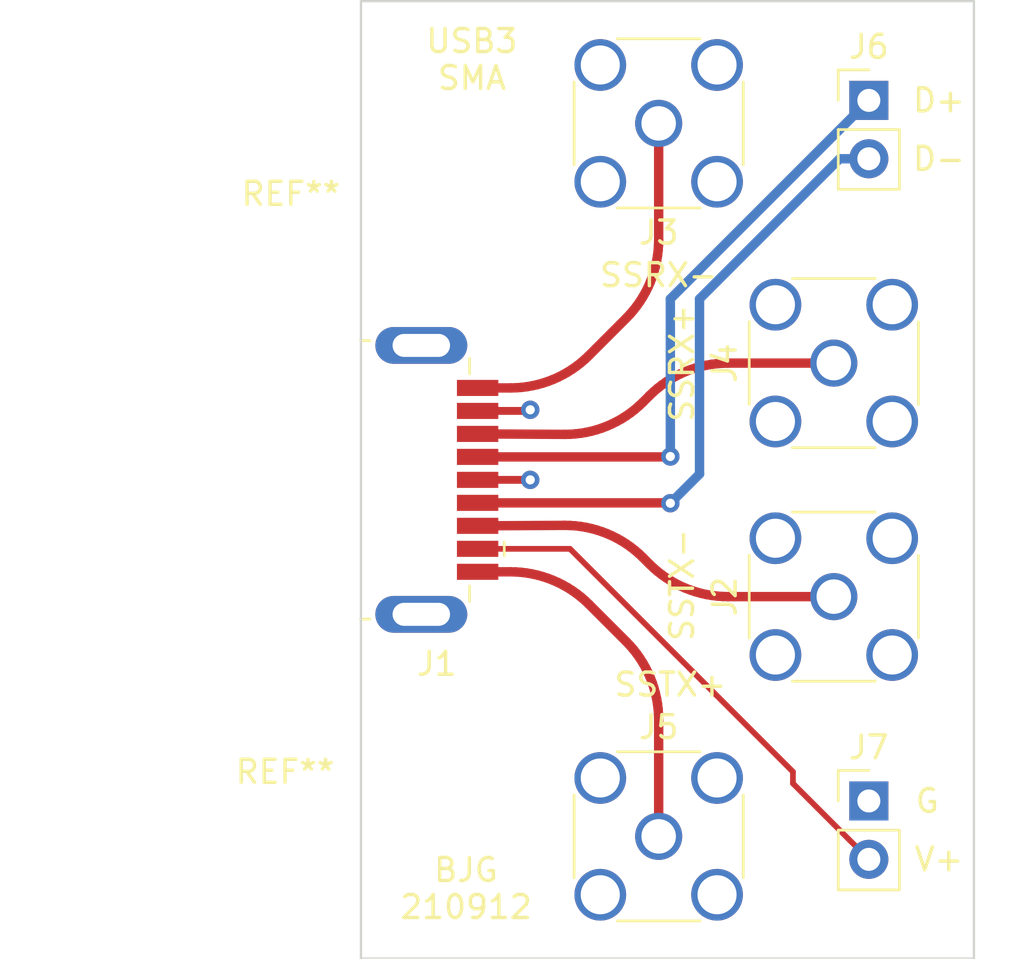
<source format=kicad_pcb>
(kicad_pcb (version 20171130) (host pcbnew 5.1.5+dfsg1-2build2)

  (general
    (thickness 1.6)
    (drawings 10)
    (tracks 163)
    (zones 0)
    (modules 9)
    (nets 9)
  )

  (page A4)
  (layers
    (0 F.Cu signal)
    (1 In1.Cu power)
    (2 In2.Cu signal)
    (31 B.Cu signal)
    (32 B.Adhes user)
    (33 F.Adhes user)
    (34 B.Paste user)
    (35 F.Paste user)
    (36 B.SilkS user)
    (37 F.SilkS user)
    (38 B.Mask user)
    (39 F.Mask user)
    (40 Dwgs.User user)
    (41 Cmts.User user)
    (42 Eco1.User user)
    (43 Eco2.User user)
    (44 Edge.Cuts user)
    (45 Margin user)
    (46 B.CrtYd user)
    (47 F.CrtYd user)
    (48 B.Fab user)
    (49 F.Fab user)
  )

  (setup
    (last_trace_width 0.40894)
    (user_trace_width 0.40894)
    (trace_clearance 0.2)
    (zone_clearance 0.508)
    (zone_45_only no)
    (trace_min 0.2)
    (via_size 0.8)
    (via_drill 0.4)
    (via_min_size 0.4)
    (via_min_drill 0.3)
    (uvia_size 0.3)
    (uvia_drill 0.1)
    (uvias_allowed no)
    (uvia_min_size 0.2)
    (uvia_min_drill 0.1)
    (edge_width 0.05)
    (segment_width 0.2)
    (pcb_text_width 0.3)
    (pcb_text_size 1.5 1.5)
    (mod_edge_width 0.12)
    (mod_text_size 1 1)
    (mod_text_width 0.15)
    (pad_size 1.524 1.524)
    (pad_drill 0.762)
    (pad_to_mask_clearance 0.051)
    (solder_mask_min_width 0.25)
    (aux_axis_origin 0 0)
    (visible_elements FFFFFF7F)
    (pcbplotparams
      (layerselection 0x010fc_ffffffff)
      (usegerberextensions false)
      (usegerberattributes false)
      (usegerberadvancedattributes false)
      (creategerberjobfile false)
      (excludeedgelayer true)
      (linewidth 0.100000)
      (plotframeref false)
      (viasonmask false)
      (mode 1)
      (useauxorigin false)
      (hpglpennumber 1)
      (hpglpenspeed 20)
      (hpglpendiameter 15.000000)
      (psnegative false)
      (psa4output false)
      (plotreference true)
      (plotvalue true)
      (plotinvisibletext false)
      (padsonsilk false)
      (subtractmaskfromsilk false)
      (outputformat 1)
      (mirror false)
      (drillshape 1)
      (scaleselection 1)
      (outputdirectory ""))
  )

  (net 0 "")
  (net 1 GND)
  (net 2 /SSTX+)
  (net 3 /VBUS)
  (net 4 /SSTX-)
  (net 5 /D-)
  (net 6 /D+)
  (net 7 /SSRX+)
  (net 8 /SSRX-)

  (net_class Default "This is the default net class."
    (clearance 0.2)
    (trace_width 0.25)
    (via_dia 0.8)
    (via_drill 0.4)
    (uvia_dia 0.3)
    (uvia_drill 0.1)
    (add_net /D+)
    (add_net /D-)
    (add_net /SSRX+)
    (add_net /SSRX-)
    (add_net /SSTX+)
    (add_net /SSTX-)
    (add_net /VBUS)
    (add_net GND)
  )

  (module MountingHole:MountingHole_3.2mm_M3 (layer F.Cu) (tedit 56D1B4CB) (tstamp 613EDFCE)
    (at 108.966 81.28)
    (descr "Mounting Hole 3.2mm, no annular, M3")
    (tags "mounting hole 3.2mm no annular m3")
    (attr virtual)
    (fp_text reference REF** (at -7.62 0.254) (layer F.SilkS)
      (effects (font (size 1 1) (thickness 0.15)))
    )
    (fp_text value MountingHole_3.2mm_M3 (at 0 4.2) (layer F.Fab)
      (effects (font (size 1 1) (thickness 0.15)))
    )
    (fp_text user %R (at 0.3 0) (layer F.Fab)
      (effects (font (size 1 1) (thickness 0.15)))
    )
    (fp_circle (center 0 0) (end 3.2 0) (layer Cmts.User) (width 0.15))
    (fp_circle (center 0 0) (end 3.45 0) (layer F.CrtYd) (width 0.05))
    (pad 1 np_thru_hole circle (at 0 0) (size 3.2 3.2) (drill 3.2) (layers *.Cu *.Mask))
  )

  (module MountingHole:MountingHole_3.2mm_M3 (layer F.Cu) (tedit 56D1B4CB) (tstamp 613EDFF2)
    (at 108.966 106.68)
    (descr "Mounting Hole 3.2mm, no annular, M3")
    (tags "mounting hole 3.2mm no annular m3")
    (attr virtual)
    (fp_text reference REF** (at -7.874 0) (layer F.SilkS)
      (effects (font (size 1 1) (thickness 0.15)))
    )
    (fp_text value MountingHole_3.2mm_M3 (at 0 4.2) (layer F.Fab)
      (effects (font (size 1 1) (thickness 0.15)))
    )
    (fp_circle (center 0 0) (end 3.45 0) (layer F.CrtYd) (width 0.05))
    (fp_circle (center 0 0) (end 3.2 0) (layer Cmts.User) (width 0.15))
    (fp_text user %R (at 0.3 0) (layer F.Fab)
      (effects (font (size 1 1) (thickness 0.15)))
    )
    (pad 1 np_thru_hole circle (at 0 0) (size 3.2 3.2) (drill 3.2) (layers *.Cu *.Mask))
  )

  (module Connector_PinHeader_2.54mm:PinHeader_1x02_P2.54mm_Vertical (layer F.Cu) (tedit 59FED5CC) (tstamp 613ED25C)
    (at 126.492 107.95)
    (descr "Through hole straight pin header, 1x02, 2.54mm pitch, single row")
    (tags "Through hole pin header THT 1x02 2.54mm single row")
    (path /613FF8AC)
    (fp_text reference J7 (at 0 -2.33) (layer F.SilkS)
      (effects (font (size 1 1) (thickness 0.15)))
    )
    (fp_text value Conn_01x02_Male (at 0 4.87) (layer F.Fab)
      (effects (font (size 1 1) (thickness 0.15)))
    )
    (fp_text user %R (at 0 1.27 90) (layer F.Fab)
      (effects (font (size 1 1) (thickness 0.15)))
    )
    (fp_line (start 1.8 -1.8) (end -1.8 -1.8) (layer F.CrtYd) (width 0.05))
    (fp_line (start 1.8 4.35) (end 1.8 -1.8) (layer F.CrtYd) (width 0.05))
    (fp_line (start -1.8 4.35) (end 1.8 4.35) (layer F.CrtYd) (width 0.05))
    (fp_line (start -1.8 -1.8) (end -1.8 4.35) (layer F.CrtYd) (width 0.05))
    (fp_line (start -1.33 -1.33) (end 0 -1.33) (layer F.SilkS) (width 0.12))
    (fp_line (start -1.33 0) (end -1.33 -1.33) (layer F.SilkS) (width 0.12))
    (fp_line (start -1.33 1.27) (end 1.33 1.27) (layer F.SilkS) (width 0.12))
    (fp_line (start 1.33 1.27) (end 1.33 3.87) (layer F.SilkS) (width 0.12))
    (fp_line (start -1.33 1.27) (end -1.33 3.87) (layer F.SilkS) (width 0.12))
    (fp_line (start -1.33 3.87) (end 1.33 3.87) (layer F.SilkS) (width 0.12))
    (fp_line (start -1.27 -0.635) (end -0.635 -1.27) (layer F.Fab) (width 0.1))
    (fp_line (start -1.27 3.81) (end -1.27 -0.635) (layer F.Fab) (width 0.1))
    (fp_line (start 1.27 3.81) (end -1.27 3.81) (layer F.Fab) (width 0.1))
    (fp_line (start 1.27 -1.27) (end 1.27 3.81) (layer F.Fab) (width 0.1))
    (fp_line (start -0.635 -1.27) (end 1.27 -1.27) (layer F.Fab) (width 0.1))
    (pad 2 thru_hole oval (at 0 2.54) (size 1.7 1.7) (drill 1) (layers *.Cu *.Mask)
      (net 3 /VBUS))
    (pad 1 thru_hole rect (at 0 0) (size 1.7 1.7) (drill 1) (layers *.Cu *.Mask)
      (net 1 GND))
    (model ${KISYS3DMOD}/Connector_PinHeader_2.54mm.3dshapes/PinHeader_1x02_P2.54mm_Vertical.wrl
      (at (xyz 0 0 0))
      (scale (xyz 1 1 1))
      (rotate (xyz 0 0 0))
    )
  )

  (module Connector_PinHeader_2.54mm:PinHeader_1x02_P2.54mm_Vertical (layer F.Cu) (tedit 59FED5CC) (tstamp 613ED10B)
    (at 126.492 77.47)
    (descr "Through hole straight pin header, 1x02, 2.54mm pitch, single row")
    (tags "Through hole pin header THT 1x02 2.54mm single row")
    (path /614003ED)
    (fp_text reference J6 (at 0 -2.33) (layer F.SilkS)
      (effects (font (size 1 1) (thickness 0.15)))
    )
    (fp_text value Conn_01x02_Male (at 0 4.87) (layer F.Fab)
      (effects (font (size 1 1) (thickness 0.15)))
    )
    (fp_text user %R (at 0 1.27 90) (layer F.Fab)
      (effects (font (size 1 1) (thickness 0.15)))
    )
    (fp_line (start 1.8 -1.8) (end -1.8 -1.8) (layer F.CrtYd) (width 0.05))
    (fp_line (start 1.8 4.35) (end 1.8 -1.8) (layer F.CrtYd) (width 0.05))
    (fp_line (start -1.8 4.35) (end 1.8 4.35) (layer F.CrtYd) (width 0.05))
    (fp_line (start -1.8 -1.8) (end -1.8 4.35) (layer F.CrtYd) (width 0.05))
    (fp_line (start -1.33 -1.33) (end 0 -1.33) (layer F.SilkS) (width 0.12))
    (fp_line (start -1.33 0) (end -1.33 -1.33) (layer F.SilkS) (width 0.12))
    (fp_line (start -1.33 1.27) (end 1.33 1.27) (layer F.SilkS) (width 0.12))
    (fp_line (start 1.33 1.27) (end 1.33 3.87) (layer F.SilkS) (width 0.12))
    (fp_line (start -1.33 1.27) (end -1.33 3.87) (layer F.SilkS) (width 0.12))
    (fp_line (start -1.33 3.87) (end 1.33 3.87) (layer F.SilkS) (width 0.12))
    (fp_line (start -1.27 -0.635) (end -0.635 -1.27) (layer F.Fab) (width 0.1))
    (fp_line (start -1.27 3.81) (end -1.27 -0.635) (layer F.Fab) (width 0.1))
    (fp_line (start 1.27 3.81) (end -1.27 3.81) (layer F.Fab) (width 0.1))
    (fp_line (start 1.27 -1.27) (end 1.27 3.81) (layer F.Fab) (width 0.1))
    (fp_line (start -0.635 -1.27) (end 1.27 -1.27) (layer F.Fab) (width 0.1))
    (pad 2 thru_hole oval (at 0 2.54) (size 1.7 1.7) (drill 1) (layers *.Cu *.Mask)
      (net 5 /D-))
    (pad 1 thru_hole rect (at 0 0) (size 1.7 1.7) (drill 1) (layers *.Cu *.Mask)
      (net 6 /D+))
    (model ${KISYS3DMOD}/Connector_PinHeader_2.54mm.3dshapes/PinHeader_1x02_P2.54mm_Vertical.wrl
      (at (xyz 0 0 0))
      (scale (xyz 1 1 1))
      (rotate (xyz 0 0 0))
    )
  )

  (module Connector_USB:USB3_A_Plug_Wuerth_692112030100_Horizontal (layer F.Cu) (tedit 5A588E4B) (tstamp 613EA7BE)
    (at 107.696 93.98 180)
    (descr "USB type A Plug, Horizontal, http://katalog.we-online.de/em/datasheet/692112030100.pdf")
    (tags "usb A plug horizontal")
    (path /613D5672)
    (attr smd)
    (fp_text reference J1 (at 0 -8) (layer F.SilkS)
      (effects (font (size 1 1) (thickness 0.15)))
    )
    (fp_text value USB3_A (at 0 8) (layer F.Fab)
      (effects (font (size 1 1) (thickness 0.15)))
    )
    (fp_line (start 18.98 6.5) (end 3.18 6.5) (layer F.CrtYd) (width 0.05))
    (fp_line (start 3.18 6.5) (end 3.18 7.15) (layer F.CrtYd) (width 0.05))
    (fp_line (start 3.18 7.15) (end -1.83 7.15) (layer F.CrtYd) (width 0.05))
    (fp_line (start -1.83 7.15) (end -1.83 4.85) (layer F.CrtYd) (width 0.05))
    (fp_line (start -1.83 4.85) (end -3.18 4.85) (layer F.CrtYd) (width 0.05))
    (fp_line (start 18.98 -6.5) (end 3.18 -6.5) (layer F.CrtYd) (width 0.05))
    (fp_line (start 18.475 6) (end 18.475 -6) (layer F.Fab) (width 0.1))
    (fp_line (start -2.935 -2.7) (end -2.935 -3.3) (layer F.SilkS) (width 0.12))
    (fp_line (start -1.425 4.61) (end -1.425 5.29) (layer F.SilkS) (width 0.12))
    (fp_line (start 3.315 6.06) (end 2.915 6.06) (layer F.SilkS) (width 0.12))
    (fp_line (start -0.725 -3) (end -0.325 -3.4) (layer F.Fab) (width 0.1))
    (fp_line (start 18.475 6) (end -0.325 6) (layer F.Fab) (width 0.1))
    (fp_line (start 18.98 6.5) (end 18.98 -6.5) (layer F.CrtYd) (width 0.05))
    (fp_text user %R (at 9.075 0 180) (layer F.Fab)
      (effects (font (size 1 1) (thickness 0.15)))
    )
    (fp_line (start 3.325 6) (end 3.325 -6) (layer Dwgs.User) (width 0.1))
    (fp_line (start -0.325 6) (end -0.325 -6) (layer F.Fab) (width 0.1))
    (fp_line (start 18.475 -6) (end -0.325 -6) (layer F.Fab) (width 0.1))
    (fp_line (start -0.725 -3) (end -0.325 -2.6) (layer F.Fab) (width 0.1))
    (fp_text user "PCB Edge" (at 2.675 0 90) (layer Dwgs.User)
      (effects (font (size 0.6 0.6) (thickness 0.09)))
    )
    (fp_line (start 3.315 -6.06) (end 2.915 -6.06) (layer F.SilkS) (width 0.12))
    (fp_line (start -1.425 -4.61) (end -1.425 -5.29) (layer F.SilkS) (width 0.12))
    (fp_line (start 3.18 -6.5) (end 3.18 -7.15) (layer F.CrtYd) (width 0.05))
    (fp_line (start 3.18 -7.15) (end -1.83 -7.15) (layer F.CrtYd) (width 0.05))
    (fp_line (start -1.83 -7.15) (end -1.83 -4.85) (layer F.CrtYd) (width 0.05))
    (fp_line (start -1.83 -4.85) (end -3.18 -4.85) (layer F.CrtYd) (width 0.05))
    (fp_line (start -3.18 -4.85) (end -3.18 4.85) (layer F.CrtYd) (width 0.05))
    (pad "" np_thru_hole circle (at 0.675 -2.25 270) (size 1.1 1.1) (drill 1.1) (layers *.Cu *.Mask))
    (pad "" np_thru_hole circle (at 0.675 2.25 270) (size 1.1 1.1) (drill 1.1) (layers *.Cu *.Mask))
    (pad 9 smd rect (at -1.775 -4 180) (size 1.8 0.7) (layers F.Cu F.Paste F.Mask)
      (net 2 /SSTX+))
    (pad 1 smd rect (at -1.775 -3 270) (size 0.7 1.8) (layers F.Cu F.Paste F.Mask)
      (net 3 /VBUS))
    (pad 8 smd rect (at -1.775 -2 270) (size 0.7 1.8) (layers F.Cu F.Paste F.Mask)
      (net 4 /SSTX-))
    (pad 2 smd rect (at -1.775 -1 270) (size 0.7 1.8) (layers F.Cu F.Paste F.Mask)
      (net 5 /D-))
    (pad 7 smd rect (at -1.775 0 270) (size 0.7 1.8) (layers F.Cu F.Paste F.Mask)
      (net 1 GND))
    (pad 3 smd rect (at -1.775 1 270) (size 0.7 1.8) (layers F.Cu F.Paste F.Mask)
      (net 6 /D+))
    (pad 6 smd rect (at -1.775 2 270) (size 0.7 1.8) (layers F.Cu F.Paste F.Mask)
      (net 7 /SSRX+))
    (pad 4 smd rect (at -1.775 3 270) (size 0.7 1.8) (layers F.Cu F.Paste F.Mask)
      (net 1 GND))
    (pad 5 smd rect (at -1.775 4 270) (size 0.7 1.8) (layers F.Cu F.Paste F.Mask)
      (net 8 /SSRX-))
    (pad 10 thru_hole oval (at 0.675 -5.85 270) (size 1.6 4) (drill oval 1 2.5) (layers *.Cu *.Mask)
      (net 1 GND))
    (pad 10 thru_hole oval (at 0.675 5.85 270) (size 1.6 4) (drill oval 1 2.5) (layers *.Cu *.Mask)
      (net 1 GND))
    (model ${KISYS3DMOD}/Connector_USB.3dshapes/USB3_A_Plug_Wuerth_692112030100_Horizontal.wrl
      (at (xyz 0 0 0))
      (scale (xyz 1 1 1))
      (rotate (xyz 0 0 0))
    )
  )

  (module Connector_Coaxial:SMA_Amphenol_132134_Vertical (layer F.Cu) (tedit 5B2F4DB6) (tstamp 613DAAFE)
    (at 117.348 109.49)
    (descr https://www.amphenolrf.com/downloads/dl/file/id/2187/product/2843/132134_customer_drawing.pdf)
    (tags "SMA THT Female Jack Vertical ExtendedLegs")
    (path /613D6BF0)
    (fp_text reference J5 (at 0 -4.75) (layer F.SilkS)
      (effects (font (size 1 1) (thickness 0.15)))
    )
    (fp_text value SSTX+ (at 0.508 -6.604) (layer F.SilkS)
      (effects (font (size 1 1) (thickness 0.15)))
    )
    (fp_text user %R (at 0 0) (layer F.Fab)
      (effects (font (size 1 1) (thickness 0.15)))
    )
    (fp_line (start -1.8 -3.68) (end 1.8 -3.68) (layer F.SilkS) (width 0.12))
    (fp_line (start -1.8 3.68) (end 1.8 3.68) (layer F.SilkS) (width 0.12))
    (fp_line (start 3.68 -1.8) (end 3.68 1.8) (layer F.SilkS) (width 0.12))
    (fp_line (start -3.68 -1.8) (end -3.68 1.8) (layer F.SilkS) (width 0.12))
    (fp_line (start 3.5 -3.5) (end 3.5 3.5) (layer F.Fab) (width 0.1))
    (fp_line (start -3.5 3.5) (end 3.5 3.5) (layer F.Fab) (width 0.1))
    (fp_line (start -3.5 -3.5) (end -3.5 3.5) (layer F.Fab) (width 0.1))
    (fp_line (start -3.5 -3.5) (end 3.5 -3.5) (layer F.Fab) (width 0.1))
    (fp_line (start -4.17 -4.17) (end 4.17 -4.17) (layer F.CrtYd) (width 0.05))
    (fp_line (start -4.17 -4.17) (end -4.17 4.17) (layer F.CrtYd) (width 0.05))
    (fp_line (start 4.17 4.17) (end 4.17 -4.17) (layer F.CrtYd) (width 0.05))
    (fp_line (start 4.17 4.17) (end -4.17 4.17) (layer F.CrtYd) (width 0.05))
    (fp_circle (center 0 0) (end 3.175 0) (layer F.Fab) (width 0.1))
    (pad 2 thru_hole circle (at -2.54 2.54) (size 2.25 2.25) (drill 1.7) (layers *.Cu *.Mask)
      (net 1 GND))
    (pad 2 thru_hole circle (at -2.54 -2.54) (size 2.25 2.25) (drill 1.7) (layers *.Cu *.Mask)
      (net 1 GND))
    (pad 2 thru_hole circle (at 2.54 -2.54) (size 2.25 2.25) (drill 1.7) (layers *.Cu *.Mask)
      (net 1 GND))
    (pad 2 thru_hole circle (at 2.54 2.54) (size 2.25 2.25) (drill 1.7) (layers *.Cu *.Mask)
      (net 1 GND))
    (pad 1 thru_hole circle (at 0 0) (size 2.05 2.05) (drill 1.5) (layers *.Cu *.Mask)
      (net 2 /SSTX+))
    (model ${KISYS3DMOD}/Connector_Coaxial.3dshapes/SMA_Amphenol_132134_Vertical.wrl
      (at (xyz 0 0 0))
      (scale (xyz 1 1 1))
      (rotate (xyz 0 0 0))
    )
  )

  (module Connector_Coaxial:SMA_Amphenol_132134_Vertical (layer F.Cu) (tedit 5B2F4DB6) (tstamp 613EAA7F)
    (at 124.968 88.9 90)
    (descr https://www.amphenolrf.com/downloads/dl/file/id/2187/product/2843/132134_customer_drawing.pdf)
    (tags "SMA THT Female Jack Vertical ExtendedLegs")
    (path /613D64F9)
    (fp_text reference J4 (at 0 -4.75 90) (layer F.SilkS)
      (effects (font (size 1 1) (thickness 0.15)))
    )
    (fp_text value SSRX+ (at 0 -6.604 90) (layer F.SilkS)
      (effects (font (size 1 1) (thickness 0.15)))
    )
    (fp_text user %R (at 0 0 90) (layer F.Fab)
      (effects (font (size 1 1) (thickness 0.15)))
    )
    (fp_line (start -1.8 -3.68) (end 1.8 -3.68) (layer F.SilkS) (width 0.12))
    (fp_line (start -1.8 3.68) (end 1.8 3.68) (layer F.SilkS) (width 0.12))
    (fp_line (start 3.68 -1.8) (end 3.68 1.8) (layer F.SilkS) (width 0.12))
    (fp_line (start -3.68 -1.8) (end -3.68 1.8) (layer F.SilkS) (width 0.12))
    (fp_line (start 3.5 -3.5) (end 3.5 3.5) (layer F.Fab) (width 0.1))
    (fp_line (start -3.5 3.5) (end 3.5 3.5) (layer F.Fab) (width 0.1))
    (fp_line (start -3.5 -3.5) (end -3.5 3.5) (layer F.Fab) (width 0.1))
    (fp_line (start -3.5 -3.5) (end 3.5 -3.5) (layer F.Fab) (width 0.1))
    (fp_line (start -4.17 -4.17) (end 4.17 -4.17) (layer F.CrtYd) (width 0.05))
    (fp_line (start -4.17 -4.17) (end -4.17 4.17) (layer F.CrtYd) (width 0.05))
    (fp_line (start 4.17 4.17) (end 4.17 -4.17) (layer F.CrtYd) (width 0.05))
    (fp_line (start 4.17 4.17) (end -4.17 4.17) (layer F.CrtYd) (width 0.05))
    (fp_circle (center 0 0) (end 3.175 0) (layer F.Fab) (width 0.1))
    (pad 2 thru_hole circle (at -2.54 2.54 90) (size 2.25 2.25) (drill 1.7) (layers *.Cu *.Mask)
      (net 1 GND))
    (pad 2 thru_hole circle (at -2.54 -2.54 90) (size 2.25 2.25) (drill 1.7) (layers *.Cu *.Mask)
      (net 1 GND))
    (pad 2 thru_hole circle (at 2.54 -2.54 90) (size 2.25 2.25) (drill 1.7) (layers *.Cu *.Mask)
      (net 1 GND))
    (pad 2 thru_hole circle (at 2.54 2.54 90) (size 2.25 2.25) (drill 1.7) (layers *.Cu *.Mask)
      (net 1 GND))
    (pad 1 thru_hole circle (at 0 0 90) (size 2.05 2.05) (drill 1.5) (layers *.Cu *.Mask)
      (net 7 /SSRX+))
    (model ${KISYS3DMOD}/Connector_Coaxial.3dshapes/SMA_Amphenol_132134_Vertical.wrl
      (at (xyz 0 0 0))
      (scale (xyz 1 1 1))
      (rotate (xyz 0 0 0))
    )
  )

  (module Connector_Coaxial:SMA_Amphenol_132134_Vertical (layer F.Cu) (tedit 5B2F4DB6) (tstamp 613EACA9)
    (at 117.348 78.47 180)
    (descr https://www.amphenolrf.com/downloads/dl/file/id/2187/product/2843/132134_customer_drawing.pdf)
    (tags "SMA THT Female Jack Vertical ExtendedLegs")
    (path /613D5F53)
    (fp_text reference J3 (at 0 -4.75) (layer F.SilkS)
      (effects (font (size 1 1) (thickness 0.15)))
    )
    (fp_text value SSRX- (at 0 -6.604) (layer F.SilkS)
      (effects (font (size 1 1) (thickness 0.15)))
    )
    (fp_text user %R (at 0 0) (layer F.Fab)
      (effects (font (size 1 1) (thickness 0.15)))
    )
    (fp_line (start -1.8 -3.68) (end 1.8 -3.68) (layer F.SilkS) (width 0.12))
    (fp_line (start -1.8 3.68) (end 1.8 3.68) (layer F.SilkS) (width 0.12))
    (fp_line (start 3.68 -1.8) (end 3.68 1.8) (layer F.SilkS) (width 0.12))
    (fp_line (start -3.68 -1.8) (end -3.68 1.8) (layer F.SilkS) (width 0.12))
    (fp_line (start 3.5 -3.5) (end 3.5 3.5) (layer F.Fab) (width 0.1))
    (fp_line (start -3.5 3.5) (end 3.5 3.5) (layer F.Fab) (width 0.1))
    (fp_line (start -3.5 -3.5) (end -3.5 3.5) (layer F.Fab) (width 0.1))
    (fp_line (start -3.5 -3.5) (end 3.5 -3.5) (layer F.Fab) (width 0.1))
    (fp_line (start -4.17 -4.17) (end 4.17 -4.17) (layer F.CrtYd) (width 0.05))
    (fp_line (start -4.17 -4.17) (end -4.17 4.17) (layer F.CrtYd) (width 0.05))
    (fp_line (start 4.17 4.17) (end 4.17 -4.17) (layer F.CrtYd) (width 0.05))
    (fp_line (start 4.17 4.17) (end -4.17 4.17) (layer F.CrtYd) (width 0.05))
    (fp_circle (center 0 0) (end 3.175 0) (layer F.Fab) (width 0.1))
    (pad 2 thru_hole circle (at -2.54 2.54 180) (size 2.25 2.25) (drill 1.7) (layers *.Cu *.Mask)
      (net 1 GND))
    (pad 2 thru_hole circle (at -2.54 -2.54 180) (size 2.25 2.25) (drill 1.7) (layers *.Cu *.Mask)
      (net 1 GND))
    (pad 2 thru_hole circle (at 2.54 -2.54 180) (size 2.25 2.25) (drill 1.7) (layers *.Cu *.Mask)
      (net 1 GND))
    (pad 2 thru_hole circle (at 2.54 2.54 180) (size 2.25 2.25) (drill 1.7) (layers *.Cu *.Mask)
      (net 1 GND))
    (pad 1 thru_hole circle (at 0 0 180) (size 2.05 2.05) (drill 1.5) (layers *.Cu *.Mask)
      (net 8 /SSRX-))
    (model ${KISYS3DMOD}/Connector_Coaxial.3dshapes/SMA_Amphenol_132134_Vertical.wrl
      (at (xyz 0 0 0))
      (scale (xyz 1 1 1))
      (rotate (xyz 0 0 0))
    )
  )

  (module Connector_Coaxial:SMA_Amphenol_132134_Vertical (layer F.Cu) (tedit 5B2F4DB6) (tstamp 613EC224)
    (at 124.968 99.06 90)
    (descr https://www.amphenolrf.com/downloads/dl/file/id/2187/product/2843/132134_customer_drawing.pdf)
    (tags "SMA THT Female Jack Vertical ExtendedLegs")
    (path /613D689A)
    (fp_text reference J2 (at 0 -4.75 90) (layer F.SilkS)
      (effects (font (size 1 1) (thickness 0.15)))
    )
    (fp_text value SSTX- (at 0.508 -6.604 90) (layer F.SilkS)
      (effects (font (size 1 1) (thickness 0.15)))
    )
    (fp_text user %R (at 0 0 90) (layer F.Fab)
      (effects (font (size 1 1) (thickness 0.15)))
    )
    (fp_line (start -1.8 -3.68) (end 1.8 -3.68) (layer F.SilkS) (width 0.12))
    (fp_line (start -1.8 3.68) (end 1.8 3.68) (layer F.SilkS) (width 0.12))
    (fp_line (start 3.68 -1.8) (end 3.68 1.8) (layer F.SilkS) (width 0.12))
    (fp_line (start -3.68 -1.8) (end -3.68 1.8) (layer F.SilkS) (width 0.12))
    (fp_line (start 3.5 -3.5) (end 3.5 3.5) (layer F.Fab) (width 0.1))
    (fp_line (start -3.5 3.5) (end 3.5 3.5) (layer F.Fab) (width 0.1))
    (fp_line (start -3.5 -3.5) (end -3.5 3.5) (layer F.Fab) (width 0.1))
    (fp_line (start -3.5 -3.5) (end 3.5 -3.5) (layer F.Fab) (width 0.1))
    (fp_line (start -4.17 -4.17) (end 4.17 -4.17) (layer F.CrtYd) (width 0.05))
    (fp_line (start -4.17 -4.17) (end -4.17 4.17) (layer F.CrtYd) (width 0.05))
    (fp_line (start 4.17 4.17) (end 4.17 -4.17) (layer F.CrtYd) (width 0.05))
    (fp_line (start 4.17 4.17) (end -4.17 4.17) (layer F.CrtYd) (width 0.05))
    (fp_circle (center 0 0) (end 3.175 0) (layer F.Fab) (width 0.1))
    (pad 2 thru_hole circle (at -2.54 2.54 90) (size 2.25 2.25) (drill 1.7) (layers *.Cu *.Mask)
      (net 1 GND))
    (pad 2 thru_hole circle (at -2.54 -2.54 90) (size 2.25 2.25) (drill 1.7) (layers *.Cu *.Mask)
      (net 1 GND))
    (pad 2 thru_hole circle (at 2.54 -2.54 90) (size 2.25 2.25) (drill 1.7) (layers *.Cu *.Mask)
      (net 1 GND))
    (pad 2 thru_hole circle (at 2.54 2.54 90) (size 2.25 2.25) (drill 1.7) (layers *.Cu *.Mask)
      (net 1 GND))
    (pad 1 thru_hole circle (at 0 0 90) (size 2.05 2.05) (drill 1.5) (layers *.Cu *.Mask)
      (net 4 /SSTX-))
    (model ${KISYS3DMOD}/Connector_Coaxial.3dshapes/SMA_Amphenol_132134_Vertical.wrl
      (at (xyz 0 0 0))
      (scale (xyz 1 1 1))
      (rotate (xyz 0 0 0))
    )
  )

  (gr_text "BJG\n210912" (at 108.966 111.76) (layer F.SilkS)
    (effects (font (size 1 1) (thickness 0.15)))
  )
  (gr_text "USB3\nSMA" (at 109.22 75.692) (layer F.SilkS)
    (effects (font (size 1 1) (thickness 0.15)))
  )
  (gr_text D- (at 129.54 80.01) (layer F.SilkS)
    (effects (font (size 1 1) (thickness 0.15)))
  )
  (gr_text D+ (at 129.54 77.47) (layer F.SilkS)
    (effects (font (size 1 1) (thickness 0.15)))
  )
  (gr_text V+ (at 129.54 110.49) (layer F.SilkS)
    (effects (font (size 1 1) (thickness 0.15)))
  )
  (gr_text G (at 129.032 107.95) (layer F.SilkS)
    (effects (font (size 1 1) (thickness 0.15)))
  )
  (gr_line (start 131.064 73.152) (end 131.064 114.808) (layer Edge.Cuts) (width 0.1))
  (gr_line (start 104.394 73.152) (end 131.064 73.152) (layer Edge.Cuts) (width 0.1))
  (gr_line (start 104.394 114.808) (end 104.394 73.152) (layer Edge.Cuts) (width 0.1))
  (gr_line (start 131.064 114.808) (end 104.394 114.808) (layer Edge.Cuts) (width 0.1))

  (via (at 111.76 93.98) (size 0.8) (drill 0.4) (layers F.Cu B.Cu) (net 1))
  (segment (start 109.471 93.98) (end 111.76 93.98) (width 0.3429) (layer F.Cu) (net 1))
  (via (at 111.76 90.932) (size 0.8) (drill 0.4) (layers F.Cu B.Cu) (net 1))
  (segment (start 111.712 90.98) (end 111.76 90.932) (width 0.3429) (layer F.Cu) (net 1))
  (segment (start 109.471 90.98) (end 111.712 90.98) (width 0.3429) (layer F.Cu) (net 1))
  (segment (start 111.139419 97.985817) (end 110.9025 97.98) (width 0.40894) (layer F.Cu) (net 2))
  (segment (start 111.375768 98.003251) (end 111.139419 97.985817) (width 0.40894) (layer F.Cu) (net 2))
  (segment (start 110.9025 97.98) (end 109.471 97.98) (width 0.40894) (layer F.Cu) (net 2))
  (segment (start 111.844479 98.072778) (end 111.610977 98.032261) (width 0.40894) (layer F.Cu) (net 2))
  (segment (start 112.075711 98.124703) (end 111.844479 98.072778) (width 0.40894) (layer F.Cu) (net 2))
  (segment (start 117.255222 103.483521) (end 117.203297 103.252289) (width 0.40894) (layer F.Cu) (net 2))
  (segment (start 117.140089 103.023882) (end 117.065749 102.798853) (width 0.40894) (layer F.Cu) (net 2))
  (segment (start 117.203297 103.252289) (end 117.140089 103.023882) (width 0.40894) (layer F.Cu) (net 2))
  (segment (start 117.342183 104.188581) (end 117.324749 103.952232) (width 0.40894) (layer F.Cu) (net 2))
  (segment (start 116.777864 102.149396) (end 116.661052 101.943193) (width 0.40894) (layer F.Cu) (net 2))
  (segment (start 115.933786 101.011287) (end 114.316713 99.394214) (width 0.40894) (layer F.Cu) (net 2))
  (segment (start 117.065749 102.798853) (end 116.980457 102.577742) (width 0.40894) (layer F.Cu) (net 2))
  (segment (start 116.980457 102.577742) (end 116.884418 102.361082) (width 0.40894) (layer F.Cu) (net 2))
  (segment (start 113.384807 98.666948) (end 113.178604 98.550136) (width 0.40894) (layer F.Cu) (net 2))
  (segment (start 116.884418 102.361082) (end 116.777864 102.149396) (width 0.40894) (layer F.Cu) (net 2))
  (segment (start 117.324749 103.952232) (end 117.295739 103.717023) (width 0.40894) (layer F.Cu) (net 2))
  (segment (start 114.316713 99.394214) (end 114.145072 99.2308) (width 0.40894) (layer F.Cu) (net 2))
  (segment (start 111.610977 98.032261) (end 111.375768 98.003251) (width 0.40894) (layer F.Cu) (net 2))
  (segment (start 116.251996 101.362379) (end 116.0972 101.182928) (width 0.40894) (layer F.Cu) (net 2))
  (segment (start 116.0972 101.182928) (end 115.933786 101.011287) (width 0.40894) (layer F.Cu) (net 2))
  (segment (start 116.534262 101.742971) (end 116.397801 101.54921) (width 0.40894) (layer F.Cu) (net 2))
  (segment (start 117.348 104.4255) (end 117.342183 104.188581) (width 0.40894) (layer F.Cu) (net 2))
  (segment (start 116.397801 101.54921) (end 116.251996 101.362379) (width 0.40894) (layer F.Cu) (net 2))
  (segment (start 112.750258 98.347543) (end 112.529147 98.262251) (width 0.40894) (layer F.Cu) (net 2))
  (segment (start 114.145072 99.2308) (end 113.965621 99.076004) (width 0.40894) (layer F.Cu) (net 2))
  (segment (start 116.661052 101.943193) (end 116.534262 101.742971) (width 0.40894) (layer F.Cu) (net 2))
  (segment (start 113.965621 99.076004) (end 113.77879 98.930199) (width 0.40894) (layer F.Cu) (net 2))
  (segment (start 113.585029 98.793738) (end 113.384807 98.666948) (width 0.40894) (layer F.Cu) (net 2))
  (segment (start 113.77879 98.930199) (end 113.585029 98.793738) (width 0.40894) (layer F.Cu) (net 2))
  (segment (start 117.348 109.49) (end 117.348 104.4255) (width 0.40894) (layer F.Cu) (net 2))
  (segment (start 112.529147 98.262251) (end 112.304118 98.187911) (width 0.40894) (layer F.Cu) (net 2))
  (segment (start 113.178604 98.550136) (end 112.966918 98.443582) (width 0.40894) (layer F.Cu) (net 2))
  (segment (start 117.295739 103.717023) (end 117.255222 103.483521) (width 0.40894) (layer F.Cu) (net 2))
  (segment (start 112.966918 98.443582) (end 112.750258 98.347543) (width 0.40894) (layer F.Cu) (net 2))
  (segment (start 112.304118 98.187911) (end 112.075711 98.124703) (width 0.40894) (layer F.Cu) (net 2))
  (segment (start 109.471 96.98) (end 113.49 96.98) (width 0.25) (layer F.Cu) (net 3))
  (segment (start 113.49 96.98) (end 123.19 106.68) (width 0.25) (layer F.Cu) (net 3))
  (segment (start 123.19 107.188) (end 126.492 110.49) (width 0.25) (layer F.Cu) (net 3))
  (segment (start 123.19 106.68) (end 123.19 107.188) (width 0.25) (layer F.Cu) (net 3))
  (segment (start 113.252529 95.959397) (end 109.471 95.98) (width 0.40894) (layer F.Cu) (net 4))
  (segment (start 113.489293 95.96396) (end 113.252529 95.959397) (width 0.40894) (layer F.Cu) (net 4))
  (segment (start 113.725542 95.980214) (end 113.489293 95.96396) (width 0.40894) (layer F.Cu) (net 4))
  (segment (start 113.9607 96.008122) (end 113.725542 95.980214) (width 0.40894) (layer F.Cu) (net 4))
  (segment (start 114.194192 96.047613) (end 113.9607 96.008122) (width 0.40894) (layer F.Cu) (net 4))
  (segment (start 114.425447 96.098593) (end 114.194192 96.047613) (width 0.40894) (layer F.Cu) (net 4))
  (segment (start 124.968 99.06) (end 120.364 99.06) (width 0.40894) (layer F.Cu) (net 4))
  (segment (start 117.487708 98.109803) (end 117.300877 97.963999) (width 0.40894) (layer F.Cu) (net 4))
  (segment (start 117.121425 97.809203) (end 116.949786 97.645787) (width 0.40894) (layer F.Cu) (net 4))
  (segment (start 118.087894 98.489866) (end 117.881692 98.373054) (width 0.40894) (layer F.Cu) (net 4))
  (segment (start 117.881692 98.373054) (end 117.681469 98.246264) (width 0.40894) (layer F.Cu) (net 4))
  (segment (start 118.737351 98.777751) (end 118.51624 98.692459) (width 0.40894) (layer F.Cu) (net 4))
  (segment (start 118.299581 98.59642) (end 118.087894 98.489866) (width 0.40894) (layer F.Cu) (net 4))
  (segment (start 118.962381 98.852091) (end 118.737351 98.777751) (width 0.40894) (layer F.Cu) (net 4))
  (segment (start 115.316919 96.414488) (end 115.100183 96.319077) (width 0.40894) (layer F.Cu) (net 4))
  (segment (start 119.42202 98.967224) (end 119.190787 98.915299) (width 0.40894) (layer F.Cu) (net 4))
  (segment (start 120.364 99.06) (end 120.12708 99.054185) (width 0.40894) (layer F.Cu) (net 4))
  (segment (start 116.315784 97.044871) (end 116.128974 96.899338) (width 0.40894) (layer F.Cu) (net 4))
  (segment (start 118.51624 98.692459) (end 118.299581 98.59642) (width 0.40894) (layer F.Cu) (net 4))
  (segment (start 119.655522 99.00774) (end 119.42202 98.967224) (width 0.40894) (layer F.Cu) (net 4))
  (segment (start 119.190787 98.915299) (end 118.962381 98.852091) (width 0.40894) (layer F.Cu) (net 4))
  (segment (start 120.12708 99.054185) (end 119.890731 99.036751) (width 0.40894) (layer F.Cu) (net 4))
  (segment (start 119.890731 99.036751) (end 119.655522 99.00774) (width 0.40894) (layer F.Cu) (net 4))
  (segment (start 117.300877 97.963999) (end 117.121425 97.809203) (width 0.40894) (layer F.Cu) (net 4))
  (segment (start 116.949786 97.645787) (end 116.666713 97.362714) (width 0.40894) (layer F.Cu) (net 4))
  (segment (start 115.528677 96.520491) (end 115.316919 96.414488) (width 0.40894) (layer F.Cu) (net 4))
  (segment (start 116.666713 97.362714) (end 116.495177 97.199456) (width 0.40894) (layer F.Cu) (net 4))
  (segment (start 115.100183 96.319077) (end 114.878997 96.234491) (width 0.40894) (layer F.Cu) (net 4))
  (segment (start 116.128974 96.899338) (end 115.935201 96.763213) (width 0.40894) (layer F.Cu) (net 4))
  (segment (start 115.935201 96.763213) (end 115.734939 96.636828) (width 0.40894) (layer F.Cu) (net 4))
  (segment (start 115.734939 96.636828) (end 115.528677 96.520491) (width 0.40894) (layer F.Cu) (net 4))
  (segment (start 114.878997 96.234491) (end 114.653902 96.160936) (width 0.40894) (layer F.Cu) (net 4))
  (segment (start 116.495177 97.199456) (end 116.315784 97.044871) (width 0.40894) (layer F.Cu) (net 4))
  (segment (start 117.681469 98.246264) (end 117.487708 98.109803) (width 0.40894) (layer F.Cu) (net 4))
  (segment (start 114.653902 96.160936) (end 114.425447 96.098593) (width 0.40894) (layer F.Cu) (net 4))
  (segment (start 117.856 94.996) (end 119.126 93.726) (width 0.40894) (layer B.Cu) (net 5) (status 1000000))
  (segment (start 109.471 94.98) (end 117.84 94.98) (width 0.40894) (layer F.Cu) (net 5) (status 1000000))
  (segment (start 119.126 86.106) (end 125.222 80.01) (width 0.40894) (layer B.Cu) (net 5) (status 1000000))
  (segment (start 119.126 93.726) (end 119.126 86.106) (width 0.40894) (layer B.Cu) (net 5) (status 1000000))
  (segment (start 125.222 80.01) (end 126.492 80.01) (width 0.40894) (layer B.Cu) (net 5) (status 1000000))
  (segment (start 117.84 94.98) (end 117.856 94.996) (width 0.40894) (layer F.Cu) (net 5) (status 1000000))
  (via (at 117.856 94.996) (size 0.8) (drill 0.4) (layers F.Cu B.Cu) (net 5) (status 1000000))
  (segment (start 117.856 86.106) (end 126.492 77.47) (width 0.40894) (layer B.Cu) (net 6) (status 1000000))
  (segment (start 117.856 92.964) (end 117.856 86.106) (width 0.40894) (layer B.Cu) (net 6) (status 1000000))
  (segment (start 109.471 92.98) (end 117.84 92.98) (width 0.40894) (layer F.Cu) (net 6) (status 1000000))
  (segment (start 117.84 92.98) (end 117.856 92.964) (width 0.40894) (layer F.Cu) (net 6) (status 1000000))
  (via (at 117.856 92.964) (size 0.8) (drill 0.4) (layers F.Cu B.Cu) (net 6) (status 1000000))
  (segment (start 120.364 88.9) (end 124.968 88.9) (width 0.40894) (layer F.Cu) (net 7))
  (segment (start 120.12708 88.905815) (end 120.364 88.9) (width 0.40894) (layer F.Cu) (net 7))
  (segment (start 119.42202 88.992776) (end 119.655522 88.95226) (width 0.40894) (layer F.Cu) (net 7))
  (segment (start 119.190787 89.044701) (end 119.42202 88.992776) (width 0.40894) (layer F.Cu) (net 7))
  (segment (start 119.655522 88.95226) (end 119.890731 88.923249) (width 0.40894) (layer F.Cu) (net 7))
  (segment (start 118.737351 89.182249) (end 118.962381 89.107909) (width 0.40894) (layer F.Cu) (net 7))
  (segment (start 115.734939 91.323172) (end 115.825205 91.266206) (width 0.40894) (layer F.Cu) (net 7))
  (segment (start 113.252529 92.000603) (end 113.489293 91.99604) (width 0.40894) (layer F.Cu) (net 7))
  (segment (start 117.487708 89.850197) (end 117.681469 89.713736) (width 0.40894) (layer F.Cu) (net 7))
  (segment (start 115.316919 91.545512) (end 115.528677 91.439509) (width 0.40894) (layer F.Cu) (net 7))
  (segment (start 114.878997 91.725509) (end 115.100183 91.640923) (width 0.40894) (layer F.Cu) (net 7))
  (segment (start 114.425447 91.861407) (end 114.653902 91.799064) (width 0.40894) (layer F.Cu) (net 7))
  (segment (start 113.725542 91.979786) (end 113.9607 91.951878) (width 0.40894) (layer F.Cu) (net 7))
  (segment (start 113.489293 91.99604) (end 113.725542 91.979786) (width 0.40894) (layer F.Cu) (net 7))
  (segment (start 113.9607 91.951878) (end 114.194192 91.912387) (width 0.40894) (layer F.Cu) (net 7))
  (segment (start 109.471 91.98) (end 113.252529 92.000603) (width 0.40894) (layer F.Cu) (net 7))
  (segment (start 116.128974 91.060662) (end 116.315784 90.915129) (width 0.40894) (layer F.Cu) (net 7))
  (segment (start 114.194192 91.912387) (end 114.425447 91.861407) (width 0.40894) (layer F.Cu) (net 7))
  (segment (start 116.949786 90.314213) (end 116.956496 90.307825) (width 0.40894) (layer F.Cu) (net 7))
  (segment (start 115.825205 91.266206) (end 115.935201 91.196787) (width 0.40894) (layer F.Cu) (net 7))
  (segment (start 115.935201 91.196787) (end 116.128974 91.060662) (width 0.40894) (layer F.Cu) (net 7))
  (segment (start 115.100183 91.640923) (end 115.316919 91.545512) (width 0.40894) (layer F.Cu) (net 7))
  (segment (start 114.653902 91.799064) (end 114.878997 91.725509) (width 0.40894) (layer F.Cu) (net 7))
  (segment (start 116.315784 90.915129) (end 116.495177 90.760544) (width 0.40894) (layer F.Cu) (net 7))
  (segment (start 117.121425 90.150797) (end 117.300877 89.996001) (width 0.40894) (layer F.Cu) (net 7))
  (segment (start 117.881692 89.586946) (end 118.087894 89.470134) (width 0.40894) (layer F.Cu) (net 7))
  (segment (start 116.666713 90.597286) (end 116.949786 90.314213) (width 0.40894) (layer F.Cu) (net 7))
  (segment (start 116.495177 90.760544) (end 116.666713 90.597286) (width 0.40894) (layer F.Cu) (net 7))
  (segment (start 118.51624 89.267541) (end 118.737351 89.182249) (width 0.40894) (layer F.Cu) (net 7))
  (segment (start 115.528677 91.439509) (end 115.734939 91.323172) (width 0.40894) (layer F.Cu) (net 7))
  (segment (start 116.956496 90.307825) (end 117.121425 90.150797) (width 0.40894) (layer F.Cu) (net 7))
  (segment (start 117.300877 89.996001) (end 117.487708 89.850197) (width 0.40894) (layer F.Cu) (net 7))
  (segment (start 117.681469 89.713736) (end 117.881692 89.586946) (width 0.40894) (layer F.Cu) (net 7))
  (segment (start 119.890731 88.923249) (end 120.12708 88.905815) (width 0.40894) (layer F.Cu) (net 7))
  (segment (start 118.962381 89.107909) (end 119.190787 89.044701) (width 0.40894) (layer F.Cu) (net 7))
  (segment (start 118.087894 89.470134) (end 118.299581 89.36358) (width 0.40894) (layer F.Cu) (net 7))
  (segment (start 118.299581 89.36358) (end 118.51624 89.267541) (width 0.40894) (layer F.Cu) (net 7))
  (segment (start 110.9025 89.98) (end 109.471 89.98) (width 0.40894) (layer F.Cu) (net 8))
  (segment (start 111.610977 89.927739) (end 111.375768 89.956749) (width 0.40894) (layer F.Cu) (net 8))
  (segment (start 112.075711 89.835297) (end 111.844479 89.887222) (width 0.40894) (layer F.Cu) (net 8))
  (segment (start 116.884418 85.598918) (end 116.777864 85.810604) (width 0.40894) (layer F.Cu) (net 8))
  (segment (start 117.140089 84.936118) (end 117.065749 85.161147) (width 0.40894) (layer F.Cu) (net 8))
  (segment (start 116.251996 86.597621) (end 116.0972 86.777072) (width 0.40894) (layer F.Cu) (net 8))
  (segment (start 117.203297 84.707711) (end 117.140089 84.936118) (width 0.40894) (layer F.Cu) (net 8))
  (segment (start 117.255222 84.476479) (end 117.203297 84.707711) (width 0.40894) (layer F.Cu) (net 8))
  (segment (start 111.844479 89.887222) (end 111.610977 89.927739) (width 0.40894) (layer F.Cu) (net 8))
  (segment (start 116.661052 86.016807) (end 116.534262 86.217029) (width 0.40894) (layer F.Cu) (net 8))
  (segment (start 116.777864 85.810604) (end 116.661052 86.016807) (width 0.40894) (layer F.Cu) (net 8))
  (segment (start 116.534262 86.217029) (end 116.397801 86.41079) (width 0.40894) (layer F.Cu) (net 8))
  (segment (start 115.933786 86.948713) (end 114.316713 88.565786) (width 0.40894) (layer F.Cu) (net 8))
  (segment (start 117.295739 84.242977) (end 117.255222 84.476479) (width 0.40894) (layer F.Cu) (net 8))
  (segment (start 112.750258 89.612457) (end 112.529147 89.697749) (width 0.40894) (layer F.Cu) (net 8))
  (segment (start 117.324749 84.007768) (end 117.295739 84.242977) (width 0.40894) (layer F.Cu) (net 8))
  (segment (start 116.0972 86.777072) (end 115.933786 86.948713) (width 0.40894) (layer F.Cu) (net 8))
  (segment (start 117.348 83.5345) (end 117.342183 83.771419) (width 0.40894) (layer F.Cu) (net 8))
  (segment (start 113.585029 89.166262) (end 113.384807 89.293052) (width 0.40894) (layer F.Cu) (net 8))
  (segment (start 113.965621 88.883996) (end 113.77879 89.029801) (width 0.40894) (layer F.Cu) (net 8))
  (segment (start 112.966918 89.516418) (end 112.750258 89.612457) (width 0.40894) (layer F.Cu) (net 8))
  (segment (start 112.529147 89.697749) (end 112.304118 89.772089) (width 0.40894) (layer F.Cu) (net 8))
  (segment (start 111.139419 89.974183) (end 110.9025 89.98) (width 0.40894) (layer F.Cu) (net 8))
  (segment (start 117.348 78.47) (end 117.348 83.5345) (width 0.40894) (layer F.Cu) (net 8))
  (segment (start 111.375768 89.956749) (end 111.139419 89.974183) (width 0.40894) (layer F.Cu) (net 8))
  (segment (start 117.065749 85.161147) (end 116.980457 85.382258) (width 0.40894) (layer F.Cu) (net 8))
  (segment (start 116.980457 85.382258) (end 116.884418 85.598918) (width 0.40894) (layer F.Cu) (net 8))
  (segment (start 114.145072 88.7292) (end 113.965621 88.883996) (width 0.40894) (layer F.Cu) (net 8))
  (segment (start 116.397801 86.41079) (end 116.251996 86.597621) (width 0.40894) (layer F.Cu) (net 8))
  (segment (start 114.316713 88.565786) (end 114.145072 88.7292) (width 0.40894) (layer F.Cu) (net 8))
  (segment (start 117.342183 83.771419) (end 117.324749 84.007768) (width 0.40894) (layer F.Cu) (net 8))
  (segment (start 113.77879 89.029801) (end 113.585029 89.166262) (width 0.40894) (layer F.Cu) (net 8))
  (segment (start 113.384807 89.293052) (end 113.178604 89.409864) (width 0.40894) (layer F.Cu) (net 8))
  (segment (start 113.178604 89.409864) (end 112.966918 89.516418) (width 0.40894) (layer F.Cu) (net 8))
  (segment (start 112.304118 89.772089) (end 112.075711 89.835297) (width 0.40894) (layer F.Cu) (net 8))

  (zone (net 1) (net_name GND) (layer In1.Cu) (tstamp 0) (hatch edge 0.508)
    (connect_pads (clearance 0.508))
    (min_thickness 0.254)
    (fill yes (arc_segments 32) (thermal_gap 0.508) (thermal_bridge_width 0.508))
    (polygon
      (pts
        (xy 130.81 114.554) (xy 104.648 114.554) (xy 104.648 73.406) (xy 130.81 73.406)
      )
    )
    (filled_polygon
      (pts
        (xy 130.379001 114.123) (xy 105.079 114.123) (xy 105.079 113.254531) (xy 113.763074 113.254531) (xy 113.873921 113.531714)
        (xy 114.18484 113.685089) (xy 114.519705 113.77486) (xy 114.86565 113.797576) (xy 115.20938 113.752366) (xy 115.537685 113.640966)
        (xy 115.742079 113.531714) (xy 115.852926 113.254531) (xy 118.843074 113.254531) (xy 118.953921 113.531714) (xy 119.26484 113.685089)
        (xy 119.599705 113.77486) (xy 119.94565 113.797576) (xy 120.28938 113.752366) (xy 120.617685 113.640966) (xy 120.822079 113.531714)
        (xy 120.932926 113.254531) (xy 119.888 112.209605) (xy 118.843074 113.254531) (xy 115.852926 113.254531) (xy 114.808 112.209605)
        (xy 113.763074 113.254531) (xy 105.079 113.254531) (xy 105.079 112.08765) (xy 113.040424 112.08765) (xy 113.085634 112.43138)
        (xy 113.197034 112.759685) (xy 113.306286 112.964079) (xy 113.583469 113.074926) (xy 114.628395 112.03) (xy 114.987605 112.03)
        (xy 116.032531 113.074926) (xy 116.309714 112.964079) (xy 116.463089 112.65316) (xy 116.55286 112.318295) (xy 116.568004 112.08765)
        (xy 118.120424 112.08765) (xy 118.165634 112.43138) (xy 118.277034 112.759685) (xy 118.386286 112.964079) (xy 118.663469 113.074926)
        (xy 119.708395 112.03) (xy 120.067605 112.03) (xy 121.112531 113.074926) (xy 121.389714 112.964079) (xy 121.543089 112.65316)
        (xy 121.63286 112.318295) (xy 121.655576 111.97235) (xy 121.610366 111.62862) (xy 121.498966 111.300315) (xy 121.389714 111.095921)
        (xy 121.112531 110.985074) (xy 120.067605 112.03) (xy 119.708395 112.03) (xy 118.663469 110.985074) (xy 118.386286 111.095921)
        (xy 118.232911 111.40684) (xy 118.14314 111.741705) (xy 118.120424 112.08765) (xy 116.568004 112.08765) (xy 116.575576 111.97235)
        (xy 116.530366 111.62862) (xy 116.418966 111.300315) (xy 116.309714 111.095921) (xy 116.032531 110.985074) (xy 114.987605 112.03)
        (xy 114.628395 112.03) (xy 113.583469 110.985074) (xy 113.306286 111.095921) (xy 113.152911 111.40684) (xy 113.06314 111.741705)
        (xy 113.040424 112.08765) (xy 105.079 112.08765) (xy 105.079 110.805469) (xy 113.763074 110.805469) (xy 114.808 111.850395)
        (xy 115.852926 110.805469) (xy 115.742079 110.528286) (xy 115.43116 110.374911) (xy 115.096295 110.28514) (xy 114.75035 110.262424)
        (xy 114.40662 110.307634) (xy 114.078315 110.419034) (xy 113.873921 110.528286) (xy 113.763074 110.805469) (xy 105.079 110.805469)
        (xy 105.079 109.326504) (xy 115.688 109.326504) (xy 115.688 109.653496) (xy 115.751793 109.974204) (xy 115.876927 110.276305)
        (xy 116.058594 110.548188) (xy 116.289812 110.779406) (xy 116.561695 110.961073) (xy 116.863796 111.086207) (xy 117.184504 111.15)
        (xy 117.511496 111.15) (xy 117.832204 111.086207) (xy 118.134305 110.961073) (xy 118.367182 110.805469) (xy 118.843074 110.805469)
        (xy 119.888 111.850395) (xy 120.932926 110.805469) (xy 120.822079 110.528286) (xy 120.51116 110.374911) (xy 120.176295 110.28514)
        (xy 119.83035 110.262424) (xy 119.48662 110.307634) (xy 119.158315 110.419034) (xy 118.953921 110.528286) (xy 118.843074 110.805469)
        (xy 118.367182 110.805469) (xy 118.406188 110.779406) (xy 118.637406 110.548188) (xy 118.819073 110.276305) (xy 118.944207 109.974204)
        (xy 119.008 109.653496) (xy 119.008 109.326504) (xy 118.944207 109.005796) (xy 118.858964 108.8) (xy 125.003928 108.8)
        (xy 125.016188 108.924482) (xy 125.052498 109.04418) (xy 125.111463 109.154494) (xy 125.190815 109.251185) (xy 125.287506 109.330537)
        (xy 125.39782 109.389502) (xy 125.47038 109.411513) (xy 125.338525 109.543368) (xy 125.17601 109.786589) (xy 125.064068 110.056842)
        (xy 125.007 110.34374) (xy 125.007 110.63626) (xy 125.064068 110.923158) (xy 125.17601 111.193411) (xy 125.338525 111.436632)
        (xy 125.545368 111.643475) (xy 125.788589 111.80599) (xy 126.058842 111.917932) (xy 126.34574 111.975) (xy 126.63826 111.975)
        (xy 126.925158 111.917932) (xy 127.195411 111.80599) (xy 127.438632 111.643475) (xy 127.645475 111.436632) (xy 127.80799 111.193411)
        (xy 127.919932 110.923158) (xy 127.977 110.63626) (xy 127.977 110.34374) (xy 127.919932 110.056842) (xy 127.80799 109.786589)
        (xy 127.645475 109.543368) (xy 127.51362 109.411513) (xy 127.58618 109.389502) (xy 127.696494 109.330537) (xy 127.793185 109.251185)
        (xy 127.872537 109.154494) (xy 127.931502 109.04418) (xy 127.967812 108.924482) (xy 127.980072 108.8) (xy 127.977 108.23575)
        (xy 127.81825 108.077) (xy 126.619 108.077) (xy 126.619 108.097) (xy 126.365 108.097) (xy 126.365 108.077)
        (xy 125.16575 108.077) (xy 125.007 108.23575) (xy 125.003928 108.8) (xy 118.858964 108.8) (xy 118.819073 108.703695)
        (xy 118.637406 108.431812) (xy 118.406188 108.200594) (xy 118.367183 108.174531) (xy 118.843074 108.174531) (xy 118.953921 108.451714)
        (xy 119.26484 108.605089) (xy 119.599705 108.69486) (xy 119.94565 108.717576) (xy 120.28938 108.672366) (xy 120.617685 108.560966)
        (xy 120.822079 108.451714) (xy 120.932926 108.174531) (xy 119.888 107.129605) (xy 118.843074 108.174531) (xy 118.367183 108.174531)
        (xy 118.134305 108.018927) (xy 117.832204 107.893793) (xy 117.511496 107.83) (xy 117.184504 107.83) (xy 116.863796 107.893793)
        (xy 116.561695 108.018927) (xy 116.289812 108.200594) (xy 116.058594 108.431812) (xy 115.876927 108.703695) (xy 115.751793 109.005796)
        (xy 115.688 109.326504) (xy 105.079 109.326504) (xy 105.079 106.459872) (xy 106.731 106.459872) (xy 106.731 106.900128)
        (xy 106.81689 107.331925) (xy 106.985369 107.738669) (xy 107.229962 108.104729) (xy 107.541271 108.416038) (xy 107.907331 108.660631)
        (xy 108.314075 108.82911) (xy 108.745872 108.915) (xy 109.186128 108.915) (xy 109.617925 108.82911) (xy 110.024669 108.660631)
        (xy 110.390729 108.416038) (xy 110.632236 108.174531) (xy 113.763074 108.174531) (xy 113.873921 108.451714) (xy 114.18484 108.605089)
        (xy 114.519705 108.69486) (xy 114.86565 108.717576) (xy 115.20938 108.672366) (xy 115.537685 108.560966) (xy 115.742079 108.451714)
        (xy 115.852926 108.174531) (xy 114.808 107.129605) (xy 113.763074 108.174531) (xy 110.632236 108.174531) (xy 110.702038 108.104729)
        (xy 110.946631 107.738669) (xy 111.11511 107.331925) (xy 111.179612 107.00765) (xy 113.040424 107.00765) (xy 113.085634 107.35138)
        (xy 113.197034 107.679685) (xy 113.306286 107.884079) (xy 113.583469 107.994926) (xy 114.628395 106.95) (xy 114.987605 106.95)
        (xy 116.032531 107.994926) (xy 116.309714 107.884079) (xy 116.463089 107.57316) (xy 116.55286 107.238295) (xy 116.568004 107.00765)
        (xy 118.120424 107.00765) (xy 118.165634 107.35138) (xy 118.277034 107.679685) (xy 118.386286 107.884079) (xy 118.663469 107.994926)
        (xy 119.708395 106.95) (xy 120.067605 106.95) (xy 121.112531 107.994926) (xy 121.389714 107.884079) (xy 121.543089 107.57316)
        (xy 121.63286 107.238295) (xy 121.64194 107.1) (xy 125.003928 107.1) (xy 125.007 107.66425) (xy 125.16575 107.823)
        (xy 126.365 107.823) (xy 126.365 106.62375) (xy 126.619 106.62375) (xy 126.619 107.823) (xy 127.81825 107.823)
        (xy 127.977 107.66425) (xy 127.980072 107.1) (xy 127.967812 106.975518) (xy 127.931502 106.85582) (xy 127.872537 106.745506)
        (xy 127.793185 106.648815) (xy 127.696494 106.569463) (xy 127.58618 106.510498) (xy 127.466482 106.474188) (xy 127.342 106.461928)
        (xy 126.77775 106.465) (xy 126.619 106.62375) (xy 126.365 106.62375) (xy 126.20625 106.465) (xy 125.642 106.461928)
        (xy 125.517518 106.474188) (xy 125.39782 106.510498) (xy 125.287506 106.569463) (xy 125.190815 106.648815) (xy 125.111463 106.745506)
        (xy 125.052498 106.85582) (xy 125.016188 106.975518) (xy 125.003928 107.1) (xy 121.64194 107.1) (xy 121.655576 106.89235)
        (xy 121.610366 106.54862) (xy 121.498966 106.220315) (xy 121.389714 106.015921) (xy 121.112531 105.905074) (xy 120.067605 106.95)
        (xy 119.708395 106.95) (xy 118.663469 105.905074) (xy 118.386286 106.015921) (xy 118.232911 106.32684) (xy 118.14314 106.661705)
        (xy 118.120424 107.00765) (xy 116.568004 107.00765) (xy 116.575576 106.89235) (xy 116.530366 106.54862) (xy 116.418966 106.220315)
        (xy 116.309714 106.015921) (xy 116.032531 105.905074) (xy 114.987605 106.95) (xy 114.628395 106.95) (xy 113.583469 105.905074)
        (xy 113.306286 106.015921) (xy 113.152911 106.32684) (xy 113.06314 106.661705) (xy 113.040424 107.00765) (xy 111.179612 107.00765)
        (xy 111.201 106.900128) (xy 111.201 106.459872) (xy 111.11511 106.028075) (xy 110.989767 105.725469) (xy 113.763074 105.725469)
        (xy 114.808 106.770395) (xy 115.852926 105.725469) (xy 118.843074 105.725469) (xy 119.888 106.770395) (xy 120.932926 105.725469)
        (xy 120.822079 105.448286) (xy 120.51116 105.294911) (xy 120.176295 105.20514) (xy 119.83035 105.182424) (xy 119.48662 105.227634)
        (xy 119.158315 105.339034) (xy 118.953921 105.448286) (xy 118.843074 105.725469) (xy 115.852926 105.725469) (xy 115.742079 105.448286)
        (xy 115.43116 105.294911) (xy 115.096295 105.20514) (xy 114.75035 105.182424) (xy 114.40662 105.227634) (xy 114.078315 105.339034)
        (xy 113.873921 105.448286) (xy 113.763074 105.725469) (xy 110.989767 105.725469) (xy 110.946631 105.621331) (xy 110.702038 105.255271)
        (xy 110.390729 104.943962) (xy 110.024669 104.699369) (xy 109.617925 104.53089) (xy 109.186128 104.445) (xy 108.745872 104.445)
        (xy 108.314075 104.53089) (xy 107.907331 104.699369) (xy 107.541271 104.943962) (xy 107.229962 105.255271) (xy 106.985369 105.621331)
        (xy 106.81689 106.028075) (xy 106.731 106.459872) (xy 105.079 106.459872) (xy 105.079 102.824531) (xy 121.383074 102.824531)
        (xy 121.493921 103.101714) (xy 121.80484 103.255089) (xy 122.139705 103.34486) (xy 122.48565 103.367576) (xy 122.82938 103.322366)
        (xy 123.157685 103.210966) (xy 123.362079 103.101714) (xy 123.472926 102.824531) (xy 126.463074 102.824531) (xy 126.573921 103.101714)
        (xy 126.88484 103.255089) (xy 127.219705 103.34486) (xy 127.56565 103.367576) (xy 127.90938 103.322366) (xy 128.237685 103.210966)
        (xy 128.442079 103.101714) (xy 128.552926 102.824531) (xy 127.508 101.779605) (xy 126.463074 102.824531) (xy 123.472926 102.824531)
        (xy 122.428 101.779605) (xy 121.383074 102.824531) (xy 105.079 102.824531) (xy 105.079 101.65765) (xy 120.660424 101.65765)
        (xy 120.705634 102.00138) (xy 120.817034 102.329685) (xy 120.926286 102.534079) (xy 121.203469 102.644926) (xy 122.248395 101.6)
        (xy 122.607605 101.6) (xy 123.652531 102.644926) (xy 123.929714 102.534079) (xy 124.083089 102.22316) (xy 124.17286 101.888295)
        (xy 124.188004 101.65765) (xy 125.740424 101.65765) (xy 125.785634 102.00138) (xy 125.897034 102.329685) (xy 126.006286 102.534079)
        (xy 126.283469 102.644926) (xy 127.328395 101.6) (xy 127.687605 101.6) (xy 128.732531 102.644926) (xy 129.009714 102.534079)
        (xy 129.163089 102.22316) (xy 129.25286 101.888295) (xy 129.275576 101.54235) (xy 129.230366 101.19862) (xy 129.118966 100.870315)
        (xy 129.009714 100.665921) (xy 128.732531 100.555074) (xy 127.687605 101.6) (xy 127.328395 101.6) (xy 126.283469 100.555074)
        (xy 126.006286 100.665921) (xy 125.852911 100.97684) (xy 125.76314 101.311705) (xy 125.740424 101.65765) (xy 124.188004 101.65765)
        (xy 124.195576 101.54235) (xy 124.150366 101.19862) (xy 124.038966 100.870315) (xy 123.929714 100.665921) (xy 123.652531 100.555074)
        (xy 122.607605 101.6) (xy 122.248395 101.6) (xy 121.203469 100.555074) (xy 120.926286 100.665921) (xy 120.772911 100.97684)
        (xy 120.68314 101.311705) (xy 120.660424 101.65765) (xy 105.079 101.65765) (xy 105.079 101.057782) (xy 105.154517 101.107166)
        (xy 105.416486 101.21265) (xy 105.694 101.265) (xy 106.894 101.265) (xy 106.894 99.957) (xy 107.148 99.957)
        (xy 107.148 101.265) (xy 108.348 101.265) (xy 108.625514 101.21265) (xy 108.887483 101.107166) (xy 109.123839 100.952601)
        (xy 109.3255 100.754895) (xy 109.484715 100.521646) (xy 109.546966 100.375469) (xy 121.383074 100.375469) (xy 122.428 101.420395)
        (xy 123.472926 100.375469) (xy 123.362079 100.098286) (xy 123.05116 99.944911) (xy 122.716295 99.85514) (xy 122.37035 99.832424)
        (xy 122.02662 99.877634) (xy 121.698315 99.989034) (xy 121.493921 100.098286) (xy 121.383074 100.375469) (xy 109.546966 100.375469)
        (xy 109.595367 100.261818) (xy 109.612904 100.179039) (xy 109.490915 99.957) (xy 107.148 99.957) (xy 106.894 99.957)
        (xy 106.874 99.957) (xy 106.874 99.703) (xy 106.894 99.703) (xy 106.894 98.395) (xy 107.148 98.395)
        (xy 107.148 99.703) (xy 109.490915 99.703) (xy 109.612904 99.480961) (xy 109.595367 99.398182) (xy 109.484715 99.138354)
        (xy 109.3255 98.905105) (xy 109.316727 98.896504) (xy 123.308 98.896504) (xy 123.308 99.223496) (xy 123.371793 99.544204)
        (xy 123.496927 99.846305) (xy 123.678594 100.118188) (xy 123.909812 100.349406) (xy 124.181695 100.531073) (xy 124.483796 100.656207)
        (xy 124.804504 100.72) (xy 125.131496 100.72) (xy 125.452204 100.656207) (xy 125.754305 100.531073) (xy 125.987182 100.375469)
        (xy 126.463074 100.375469) (xy 127.508 101.420395) (xy 128.552926 100.375469) (xy 128.442079 100.098286) (xy 128.13116 99.944911)
        (xy 127.796295 99.85514) (xy 127.45035 99.832424) (xy 127.10662 99.877634) (xy 126.778315 99.989034) (xy 126.573921 100.098286)
        (xy 126.463074 100.375469) (xy 125.987182 100.375469) (xy 126.026188 100.349406) (xy 126.257406 100.118188) (xy 126.439073 99.846305)
        (xy 126.564207 99.544204) (xy 126.628 99.223496) (xy 126.628 98.896504) (xy 126.564207 98.575796) (xy 126.439073 98.273695)
        (xy 126.257406 98.001812) (xy 126.026188 97.770594) (xy 125.987183 97.744531) (xy 126.463074 97.744531) (xy 126.573921 98.021714)
        (xy 126.88484 98.175089) (xy 127.219705 98.26486) (xy 127.56565 98.287576) (xy 127.90938 98.242366) (xy 128.237685 98.130966)
        (xy 128.442079 98.021714) (xy 128.552926 97.744531) (xy 127.508 96.699605) (xy 126.463074 97.744531) (xy 125.987183 97.744531)
        (xy 125.754305 97.588927) (xy 125.452204 97.463793) (xy 125.131496 97.4) (xy 124.804504 97.4) (xy 124.483796 97.463793)
        (xy 124.181695 97.588927) (xy 123.909812 97.770594) (xy 123.678594 98.001812) (xy 123.496927 98.273695) (xy 123.371793 98.575796)
        (xy 123.308 98.896504) (xy 109.316727 98.896504) (xy 109.123839 98.707399) (xy 108.887483 98.552834) (xy 108.625514 98.44735)
        (xy 108.348 98.395) (xy 107.148 98.395) (xy 106.894 98.395) (xy 105.694 98.395) (xy 105.416486 98.44735)
        (xy 105.154517 98.552834) (xy 105.079 98.602218) (xy 105.079 97.744531) (xy 121.383074 97.744531) (xy 121.493921 98.021714)
        (xy 121.80484 98.175089) (xy 122.139705 98.26486) (xy 122.48565 98.287576) (xy 122.82938 98.242366) (xy 123.157685 98.130966)
        (xy 123.362079 98.021714) (xy 123.472926 97.744531) (xy 122.428 96.699605) (xy 121.383074 97.744531) (xy 105.079 97.744531)
        (xy 105.079 96.113288) (xy 105.836 96.113288) (xy 105.836 96.346712) (xy 105.881539 96.575652) (xy 105.970866 96.791308)
        (xy 106.10055 96.985394) (xy 106.265606 97.15045) (xy 106.459692 97.280134) (xy 106.675348 97.369461) (xy 106.904288 97.415)
        (xy 107.137712 97.415) (xy 107.366652 97.369461) (xy 107.582308 97.280134) (xy 107.776394 97.15045) (xy 107.94145 96.985394)
        (xy 108.071134 96.791308) (xy 108.159633 96.57765) (xy 120.660424 96.57765) (xy 120.705634 96.92138) (xy 120.817034 97.249685)
        (xy 120.926286 97.454079) (xy 121.203469 97.564926) (xy 122.248395 96.52) (xy 122.607605 96.52) (xy 123.652531 97.564926)
        (xy 123.929714 97.454079) (xy 124.083089 97.14316) (xy 124.17286 96.808295) (xy 124.188004 96.57765) (xy 125.740424 96.57765)
        (xy 125.785634 96.92138) (xy 125.897034 97.249685) (xy 126.006286 97.454079) (xy 126.283469 97.564926) (xy 127.328395 96.52)
        (xy 127.687605 96.52) (xy 128.732531 97.564926) (xy 129.009714 97.454079) (xy 129.163089 97.14316) (xy 129.25286 96.808295)
        (xy 129.275576 96.46235) (xy 129.230366 96.11862) (xy 129.118966 95.790315) (xy 129.009714 95.585921) (xy 128.732531 95.475074)
        (xy 127.687605 96.52) (xy 127.328395 96.52) (xy 126.283469 95.475074) (xy 126.006286 95.585921) (xy 125.852911 95.89684)
        (xy 125.76314 96.231705) (xy 125.740424 96.57765) (xy 124.188004 96.57765) (xy 124.195576 96.46235) (xy 124.150366 96.11862)
        (xy 124.038966 95.790315) (xy 123.929714 95.585921) (xy 123.652531 95.475074) (xy 122.607605 96.52) (xy 122.248395 96.52)
        (xy 121.203469 95.475074) (xy 120.926286 95.585921) (xy 120.772911 95.89684) (xy 120.68314 96.231705) (xy 120.660424 96.57765)
        (xy 108.159633 96.57765) (xy 108.160461 96.575652) (xy 108.206 96.346712) (xy 108.206 96.113288) (xy 108.160461 95.884348)
        (xy 108.071134 95.668692) (xy 107.94145 95.474606) (xy 107.776394 95.30955) (xy 107.582308 95.179866) (xy 107.366652 95.090539)
        (xy 107.137712 95.045) (xy 106.904288 95.045) (xy 106.675348 95.090539) (xy 106.459692 95.179866) (xy 106.265606 95.30955)
        (xy 106.10055 95.474606) (xy 105.970866 95.668692) (xy 105.881539 95.884348) (xy 105.836 96.113288) (xy 105.079 96.113288)
        (xy 105.079 91.613288) (xy 105.836 91.613288) (xy 105.836 91.846712) (xy 105.881539 92.075652) (xy 105.970866 92.291308)
        (xy 106.10055 92.485394) (xy 106.265606 92.65045) (xy 106.459692 92.780134) (xy 106.675348 92.869461) (xy 106.904288 92.915)
        (xy 107.137712 92.915) (xy 107.366652 92.869461) (xy 107.384517 92.862061) (xy 116.821 92.862061) (xy 116.821 93.065939)
        (xy 116.860774 93.265898) (xy 116.938795 93.454256) (xy 117.052063 93.623774) (xy 117.196226 93.767937) (xy 117.365744 93.881205)
        (xy 117.554102 93.959226) (xy 117.658541 93.98) (xy 117.554102 94.000774) (xy 117.365744 94.078795) (xy 117.196226 94.192063)
        (xy 117.052063 94.336226) (xy 116.938795 94.505744) (xy 116.860774 94.694102) (xy 116.821 94.894061) (xy 116.821 95.097939)
        (xy 116.860774 95.297898) (xy 116.938795 95.486256) (xy 117.052063 95.655774) (xy 117.196226 95.799937) (xy 117.365744 95.913205)
        (xy 117.554102 95.991226) (xy 117.754061 96.031) (xy 117.957939 96.031) (xy 118.157898 95.991226) (xy 118.346256 95.913205)
        (xy 118.515774 95.799937) (xy 118.659937 95.655774) (xy 118.773205 95.486256) (xy 118.851226 95.297898) (xy 118.851709 95.295469)
        (xy 121.383074 95.295469) (xy 122.428 96.340395) (xy 123.472926 95.295469) (xy 126.463074 95.295469) (xy 127.508 96.340395)
        (xy 128.552926 95.295469) (xy 128.442079 95.018286) (xy 128.13116 94.864911) (xy 127.796295 94.77514) (xy 127.45035 94.752424)
        (xy 127.10662 94.797634) (xy 126.778315 94.909034) (xy 126.573921 95.018286) (xy 126.463074 95.295469) (xy 123.472926 95.295469)
        (xy 123.362079 95.018286) (xy 123.05116 94.864911) (xy 122.716295 94.77514) (xy 122.37035 94.752424) (xy 122.02662 94.797634)
        (xy 121.698315 94.909034) (xy 121.493921 95.018286) (xy 121.383074 95.295469) (xy 118.851709 95.295469) (xy 118.891 95.097939)
        (xy 118.891 94.894061) (xy 118.851226 94.694102) (xy 118.773205 94.505744) (xy 118.659937 94.336226) (xy 118.515774 94.192063)
        (xy 118.346256 94.078795) (xy 118.157898 94.000774) (xy 118.053459 93.98) (xy 118.157898 93.959226) (xy 118.346256 93.881205)
        (xy 118.515774 93.767937) (xy 118.659937 93.623774) (xy 118.773205 93.454256) (xy 118.851226 93.265898) (xy 118.891 93.065939)
        (xy 118.891 92.862061) (xy 118.85171 92.664531) (xy 121.383074 92.664531) (xy 121.493921 92.941714) (xy 121.80484 93.095089)
        (xy 122.139705 93.18486) (xy 122.48565 93.207576) (xy 122.82938 93.162366) (xy 123.157685 93.050966) (xy 123.362079 92.941714)
        (xy 123.472926 92.664531) (xy 126.463074 92.664531) (xy 126.573921 92.941714) (xy 126.88484 93.095089) (xy 127.219705 93.18486)
        (xy 127.56565 93.207576) (xy 127.90938 93.162366) (xy 128.237685 93.050966) (xy 128.442079 92.941714) (xy 128.552926 92.664531)
        (xy 127.508 91.619605) (xy 126.463074 92.664531) (xy 123.472926 92.664531) (xy 122.428 91.619605) (xy 121.383074 92.664531)
        (xy 118.85171 92.664531) (xy 118.851226 92.662102) (xy 118.773205 92.473744) (xy 118.659937 92.304226) (xy 118.515774 92.160063)
        (xy 118.346256 92.046795) (xy 118.157898 91.968774) (xy 117.957939 91.929) (xy 117.754061 91.929) (xy 117.554102 91.968774)
        (xy 117.365744 92.046795) (xy 117.196226 92.160063) (xy 117.052063 92.304226) (xy 116.938795 92.473744) (xy 116.860774 92.662102)
        (xy 116.821 92.862061) (xy 107.384517 92.862061) (xy 107.582308 92.780134) (xy 107.776394 92.65045) (xy 107.94145 92.485394)
        (xy 108.071134 92.291308) (xy 108.160461 92.075652) (xy 108.206 91.846712) (xy 108.206 91.613288) (xy 108.182999 91.49765)
        (xy 120.660424 91.49765) (xy 120.705634 91.84138) (xy 120.817034 92.169685) (xy 120.926286 92.374079) (xy 121.203469 92.484926)
        (xy 122.248395 91.44) (xy 122.607605 91.44) (xy 123.652531 92.484926) (xy 123.929714 92.374079) (xy 124.083089 92.06316)
        (xy 124.17286 91.728295) (xy 124.188004 91.49765) (xy 125.740424 91.49765) (xy 125.785634 91.84138) (xy 125.897034 92.169685)
        (xy 126.006286 92.374079) (xy 126.283469 92.484926) (xy 127.328395 91.44) (xy 127.687605 91.44) (xy 128.732531 92.484926)
        (xy 129.009714 92.374079) (xy 129.163089 92.06316) (xy 129.25286 91.728295) (xy 129.275576 91.38235) (xy 129.230366 91.03862)
        (xy 129.118966 90.710315) (xy 129.009714 90.505921) (xy 128.732531 90.395074) (xy 127.687605 91.44) (xy 127.328395 91.44)
        (xy 126.283469 90.395074) (xy 126.006286 90.505921) (xy 125.852911 90.81684) (xy 125.76314 91.151705) (xy 125.740424 91.49765)
        (xy 124.188004 91.49765) (xy 124.195576 91.38235) (xy 124.150366 91.03862) (xy 124.038966 90.710315) (xy 123.929714 90.505921)
        (xy 123.652531 90.395074) (xy 122.607605 91.44) (xy 122.248395 91.44) (xy 121.203469 90.395074) (xy 120.926286 90.505921)
        (xy 120.772911 90.81684) (xy 120.68314 91.151705) (xy 120.660424 91.49765) (xy 108.182999 91.49765) (xy 108.160461 91.384348)
        (xy 108.071134 91.168692) (xy 107.94145 90.974606) (xy 107.776394 90.80955) (xy 107.582308 90.679866) (xy 107.366652 90.590539)
        (xy 107.137712 90.545) (xy 106.904288 90.545) (xy 106.675348 90.590539) (xy 106.459692 90.679866) (xy 106.265606 90.80955)
        (xy 106.10055 90.974606) (xy 105.970866 91.168692) (xy 105.881539 91.384348) (xy 105.836 91.613288) (xy 105.079 91.613288)
        (xy 105.079 90.215469) (xy 121.383074 90.215469) (xy 122.428 91.260395) (xy 123.472926 90.215469) (xy 123.362079 89.938286)
        (xy 123.05116 89.784911) (xy 122.716295 89.69514) (xy 122.37035 89.672424) (xy 122.02662 89.717634) (xy 121.698315 89.829034)
        (xy 121.493921 89.938286) (xy 121.383074 90.215469) (xy 105.079 90.215469) (xy 105.079 89.357782) (xy 105.154517 89.407166)
        (xy 105.416486 89.51265) (xy 105.694 89.565) (xy 106.894 89.565) (xy 106.894 88.257) (xy 107.148 88.257)
        (xy 107.148 89.565) (xy 108.348 89.565) (xy 108.625514 89.51265) (xy 108.887483 89.407166) (xy 109.123839 89.252601)
        (xy 109.3255 89.054895) (xy 109.484715 88.821646) (xy 109.520974 88.736504) (xy 123.308 88.736504) (xy 123.308 89.063496)
        (xy 123.371793 89.384204) (xy 123.496927 89.686305) (xy 123.678594 89.958188) (xy 123.909812 90.189406) (xy 124.181695 90.371073)
        (xy 124.483796 90.496207) (xy 124.804504 90.56) (xy 125.131496 90.56) (xy 125.452204 90.496207) (xy 125.754305 90.371073)
        (xy 125.987182 90.215469) (xy 126.463074 90.215469) (xy 127.508 91.260395) (xy 128.552926 90.215469) (xy 128.442079 89.938286)
        (xy 128.13116 89.784911) (xy 127.796295 89.69514) (xy 127.45035 89.672424) (xy 127.10662 89.717634) (xy 126.778315 89.829034)
        (xy 126.573921 89.938286) (xy 126.463074 90.215469) (xy 125.987182 90.215469) (xy 126.026188 90.189406) (xy 126.257406 89.958188)
        (xy 126.439073 89.686305) (xy 126.564207 89.384204) (xy 126.628 89.063496) (xy 126.628 88.736504) (xy 126.564207 88.415796)
        (xy 126.439073 88.113695) (xy 126.257406 87.841812) (xy 126.026188 87.610594) (xy 125.987183 87.584531) (xy 126.463074 87.584531)
        (xy 126.573921 87.861714) (xy 126.88484 88.015089) (xy 127.219705 88.10486) (xy 127.56565 88.127576) (xy 127.90938 88.082366)
        (xy 128.237685 87.970966) (xy 128.442079 87.861714) (xy 128.552926 87.584531) (xy 127.508 86.539605) (xy 126.463074 87.584531)
        (xy 125.987183 87.584531) (xy 125.754305 87.428927) (xy 125.452204 87.303793) (xy 125.131496 87.24) (xy 124.804504 87.24)
        (xy 124.483796 87.303793) (xy 124.181695 87.428927) (xy 123.909812 87.610594) (xy 123.678594 87.841812) (xy 123.496927 88.113695)
        (xy 123.371793 88.415796) (xy 123.308 88.736504) (xy 109.520974 88.736504) (xy 109.595367 88.561818) (xy 109.612904 88.479039)
        (xy 109.490915 88.257) (xy 107.148 88.257) (xy 106.894 88.257) (xy 106.874 88.257) (xy 106.874 88.003)
        (xy 106.894 88.003) (xy 106.894 86.695) (xy 107.148 86.695) (xy 107.148 88.003) (xy 109.490915 88.003)
        (xy 109.612904 87.780961) (xy 109.595367 87.698182) (xy 109.546967 87.584531) (xy 121.383074 87.584531) (xy 121.493921 87.861714)
        (xy 121.80484 88.015089) (xy 122.139705 88.10486) (xy 122.48565 88.127576) (xy 122.82938 88.082366) (xy 123.157685 87.970966)
        (xy 123.362079 87.861714) (xy 123.472926 87.584531) (xy 122.428 86.539605) (xy 121.383074 87.584531) (xy 109.546967 87.584531)
        (xy 109.484715 87.438354) (xy 109.3255 87.205105) (xy 109.123839 87.007399) (xy 108.887483 86.852834) (xy 108.625514 86.74735)
        (xy 108.348 86.695) (xy 107.148 86.695) (xy 106.894 86.695) (xy 105.694 86.695) (xy 105.416486 86.74735)
        (xy 105.154517 86.852834) (xy 105.079 86.902218) (xy 105.079 86.41765) (xy 120.660424 86.41765) (xy 120.705634 86.76138)
        (xy 120.817034 87.089685) (xy 120.926286 87.294079) (xy 121.203469 87.404926) (xy 122.248395 86.36) (xy 122.607605 86.36)
        (xy 123.652531 87.404926) (xy 123.929714 87.294079) (xy 124.083089 86.98316) (xy 124.17286 86.648295) (xy 124.188004 86.41765)
        (xy 125.740424 86.41765) (xy 125.785634 86.76138) (xy 125.897034 87.089685) (xy 126.006286 87.294079) (xy 126.283469 87.404926)
        (xy 127.328395 86.36) (xy 127.687605 86.36) (xy 128.732531 87.404926) (xy 129.009714 87.294079) (xy 129.163089 86.98316)
        (xy 129.25286 86.648295) (xy 129.275576 86.30235) (xy 129.230366 85.95862) (xy 129.118966 85.630315) (xy 129.009714 85.425921)
        (xy 128.732531 85.315074) (xy 127.687605 86.36) (xy 127.328395 86.36) (xy 126.283469 85.315074) (xy 126.006286 85.425921)
        (xy 125.852911 85.73684) (xy 125.76314 86.071705) (xy 125.740424 86.41765) (xy 124.188004 86.41765) (xy 124.195576 86.30235)
        (xy 124.150366 85.95862) (xy 124.038966 85.630315) (xy 123.929714 85.425921) (xy 123.652531 85.315074) (xy 122.607605 86.36)
        (xy 122.248395 86.36) (xy 121.203469 85.315074) (xy 120.926286 85.425921) (xy 120.772911 85.73684) (xy 120.68314 86.071705)
        (xy 120.660424 86.41765) (xy 105.079 86.41765) (xy 105.079 85.135469) (xy 121.383074 85.135469) (xy 122.428 86.180395)
        (xy 123.472926 85.135469) (xy 126.463074 85.135469) (xy 127.508 86.180395) (xy 128.552926 85.135469) (xy 128.442079 84.858286)
        (xy 128.13116 84.704911) (xy 127.796295 84.61514) (xy 127.45035 84.592424) (xy 127.10662 84.637634) (xy 126.778315 84.749034)
        (xy 126.573921 84.858286) (xy 126.463074 85.135469) (xy 123.472926 85.135469) (xy 123.362079 84.858286) (xy 123.05116 84.704911)
        (xy 122.716295 84.61514) (xy 122.37035 84.592424) (xy 122.02662 84.637634) (xy 121.698315 84.749034) (xy 121.493921 84.858286)
        (xy 121.383074 85.135469) (xy 105.079 85.135469) (xy 105.079 81.059872) (xy 106.731 81.059872) (xy 106.731 81.500128)
        (xy 106.81689 81.931925) (xy 106.985369 82.338669) (xy 107.229962 82.704729) (xy 107.541271 83.016038) (xy 107.907331 83.260631)
        (xy 108.314075 83.42911) (xy 108.745872 83.515) (xy 109.186128 83.515) (xy 109.617925 83.42911) (xy 110.024669 83.260631)
        (xy 110.390729 83.016038) (xy 110.702038 82.704729) (xy 110.946631 82.338669) (xy 110.989766 82.234531) (xy 113.763074 82.234531)
        (xy 113.873921 82.511714) (xy 114.18484 82.665089) (xy 114.519705 82.75486) (xy 114.86565 82.777576) (xy 115.20938 82.732366)
        (xy 115.537685 82.620966) (xy 115.742079 82.511714) (xy 115.852926 82.234531) (xy 118.843074 82.234531) (xy 118.953921 82.511714)
        (xy 119.26484 82.665089) (xy 119.599705 82.75486) (xy 119.94565 82.777576) (xy 120.28938 82.732366) (xy 120.617685 82.620966)
        (xy 120.822079 82.511714) (xy 120.932926 82.234531) (xy 119.888 81.189605) (xy 118.843074 82.234531) (xy 115.852926 82.234531)
        (xy 114.808 81.189605) (xy 113.763074 82.234531) (xy 110.989766 82.234531) (xy 111.11511 81.931925) (xy 111.201 81.500128)
        (xy 111.201 81.06765) (xy 113.040424 81.06765) (xy 113.085634 81.41138) (xy 113.197034 81.739685) (xy 113.306286 81.944079)
        (xy 113.583469 82.054926) (xy 114.628395 81.01) (xy 114.987605 81.01) (xy 116.032531 82.054926) (xy 116.309714 81.944079)
        (xy 116.463089 81.63316) (xy 116.55286 81.298295) (xy 116.568004 81.06765) (xy 118.120424 81.06765) (xy 118.165634 81.41138)
        (xy 118.277034 81.739685) (xy 118.386286 81.944079) (xy 118.663469 82.054926) (xy 119.708395 81.01) (xy 120.067605 81.01)
        (xy 121.112531 82.054926) (xy 121.389714 81.944079) (xy 121.543089 81.63316) (xy 121.63286 81.298295) (xy 121.655576 80.95235)
        (xy 121.610366 80.60862) (xy 121.498966 80.280315) (xy 121.389714 80.075921) (xy 121.112531 79.965074) (xy 120.067605 81.01)
        (xy 119.708395 81.01) (xy 118.663469 79.965074) (xy 118.386286 80.075921) (xy 118.232911 80.38684) (xy 118.14314 80.721705)
        (xy 118.120424 81.06765) (xy 116.568004 81.06765) (xy 116.575576 80.95235) (xy 116.530366 80.60862) (xy 116.418966 80.280315)
        (xy 116.309714 80.075921) (xy 116.032531 79.965074) (xy 114.987605 81.01) (xy 114.628395 81.01) (xy 113.583469 79.965074)
        (xy 113.306286 80.075921) (xy 113.152911 80.38684) (xy 113.06314 80.721705) (xy 113.040424 81.06765) (xy 111.201 81.06765)
        (xy 111.201 81.059872) (xy 111.11511 80.628075) (xy 110.946631 80.221331) (xy 110.702038 79.855271) (xy 110.632236 79.785469)
        (xy 113.763074 79.785469) (xy 114.808 80.830395) (xy 115.852926 79.785469) (xy 115.742079 79.508286) (xy 115.43116 79.354911)
        (xy 115.096295 79.26514) (xy 114.75035 79.242424) (xy 114.40662 79.287634) (xy 114.078315 79.399034) (xy 113.873921 79.508286)
        (xy 113.763074 79.785469) (xy 110.632236 79.785469) (xy 110.390729 79.543962) (xy 110.024669 79.299369) (xy 109.617925 79.13089)
        (xy 109.186128 79.045) (xy 108.745872 79.045) (xy 108.314075 79.13089) (xy 107.907331 79.299369) (xy 107.541271 79.543962)
        (xy 107.229962 79.855271) (xy 106.985369 80.221331) (xy 106.81689 80.628075) (xy 106.731 81.059872) (xy 105.079 81.059872)
        (xy 105.079 78.306504) (xy 115.688 78.306504) (xy 115.688 78.633496) (xy 115.751793 78.954204) (xy 115.876927 79.256305)
        (xy 116.058594 79.528188) (xy 116.289812 79.759406) (xy 116.561695 79.941073) (xy 116.863796 80.066207) (xy 117.184504 80.13)
        (xy 117.511496 80.13) (xy 117.832204 80.066207) (xy 118.134305 79.941073) (xy 118.367182 79.785469) (xy 118.843074 79.785469)
        (xy 119.888 80.830395) (xy 120.932926 79.785469) (xy 120.822079 79.508286) (xy 120.51116 79.354911) (xy 120.176295 79.26514)
        (xy 119.83035 79.242424) (xy 119.48662 79.287634) (xy 119.158315 79.399034) (xy 118.953921 79.508286) (xy 118.843074 79.785469)
        (xy 118.367182 79.785469) (xy 118.406188 79.759406) (xy 118.637406 79.528188) (xy 118.819073 79.256305) (xy 118.944207 78.954204)
        (xy 119.008 78.633496) (xy 119.008 78.306504) (xy 118.944207 77.985796) (xy 118.819073 77.683695) (xy 118.637406 77.411812)
        (xy 118.406188 77.180594) (xy 118.367183 77.154531) (xy 118.843074 77.154531) (xy 118.953921 77.431714) (xy 119.26484 77.585089)
        (xy 119.599705 77.67486) (xy 119.94565 77.697576) (xy 120.28938 77.652366) (xy 120.617685 77.540966) (xy 120.822079 77.431714)
        (xy 120.932926 77.154531) (xy 119.888 76.109605) (xy 118.843074 77.154531) (xy 118.367183 77.154531) (xy 118.134305 76.998927)
        (xy 117.832204 76.873793) (xy 117.511496 76.81) (xy 117.184504 76.81) (xy 116.863796 76.873793) (xy 116.561695 76.998927)
        (xy 116.289812 77.180594) (xy 116.058594 77.411812) (xy 115.876927 77.683695) (xy 115.751793 77.985796) (xy 115.688 78.306504)
        (xy 105.079 78.306504) (xy 105.079 77.154531) (xy 113.763074 77.154531) (xy 113.873921 77.431714) (xy 114.18484 77.585089)
        (xy 114.519705 77.67486) (xy 114.86565 77.697576) (xy 115.20938 77.652366) (xy 115.537685 77.540966) (xy 115.742079 77.431714)
        (xy 115.852926 77.154531) (xy 114.808 76.109605) (xy 113.763074 77.154531) (xy 105.079 77.154531) (xy 105.079 75.98765)
        (xy 113.040424 75.98765) (xy 113.085634 76.33138) (xy 113.197034 76.659685) (xy 113.306286 76.864079) (xy 113.583469 76.974926)
        (xy 114.628395 75.93) (xy 114.987605 75.93) (xy 116.032531 76.974926) (xy 116.309714 76.864079) (xy 116.463089 76.55316)
        (xy 116.55286 76.218295) (xy 116.568004 75.98765) (xy 118.120424 75.98765) (xy 118.165634 76.33138) (xy 118.277034 76.659685)
        (xy 118.386286 76.864079) (xy 118.663469 76.974926) (xy 119.708395 75.93) (xy 120.067605 75.93) (xy 121.112531 76.974926)
        (xy 121.389714 76.864079) (xy 121.510117 76.62) (xy 125.003928 76.62) (xy 125.003928 78.32) (xy 125.016188 78.444482)
        (xy 125.052498 78.56418) (xy 125.111463 78.674494) (xy 125.190815 78.771185) (xy 125.287506 78.850537) (xy 125.39782 78.909502)
        (xy 125.47038 78.931513) (xy 125.338525 79.063368) (xy 125.17601 79.306589) (xy 125.064068 79.576842) (xy 125.007 79.86374)
        (xy 125.007 80.15626) (xy 125.064068 80.443158) (xy 125.17601 80.713411) (xy 125.338525 80.956632) (xy 125.545368 81.163475)
        (xy 125.788589 81.32599) (xy 126.058842 81.437932) (xy 126.34574 81.495) (xy 126.63826 81.495) (xy 126.925158 81.437932)
        (xy 127.195411 81.32599) (xy 127.438632 81.163475) (xy 127.645475 80.956632) (xy 127.80799 80.713411) (xy 127.919932 80.443158)
        (xy 127.977 80.15626) (xy 127.977 79.86374) (xy 127.919932 79.576842) (xy 127.80799 79.306589) (xy 127.645475 79.063368)
        (xy 127.51362 78.931513) (xy 127.58618 78.909502) (xy 127.696494 78.850537) (xy 127.793185 78.771185) (xy 127.872537 78.674494)
        (xy 127.931502 78.56418) (xy 127.967812 78.444482) (xy 127.980072 78.32) (xy 127.980072 76.62) (xy 127.967812 76.495518)
        (xy 127.931502 76.37582) (xy 127.872537 76.265506) (xy 127.793185 76.168815) (xy 127.696494 76.089463) (xy 127.58618 76.030498)
        (xy 127.466482 75.994188) (xy 127.342 75.981928) (xy 125.642 75.981928) (xy 125.517518 75.994188) (xy 125.39782 76.030498)
        (xy 125.287506 76.089463) (xy 125.190815 76.168815) (xy 125.111463 76.265506) (xy 125.052498 76.37582) (xy 125.016188 76.495518)
        (xy 125.003928 76.62) (xy 121.510117 76.62) (xy 121.543089 76.55316) (xy 121.63286 76.218295) (xy 121.655576 75.87235)
        (xy 121.610366 75.52862) (xy 121.498966 75.200315) (xy 121.389714 74.995921) (xy 121.112531 74.885074) (xy 120.067605 75.93)
        (xy 119.708395 75.93) (xy 118.663469 74.885074) (xy 118.386286 74.995921) (xy 118.232911 75.30684) (xy 118.14314 75.641705)
        (xy 118.120424 75.98765) (xy 116.568004 75.98765) (xy 116.575576 75.87235) (xy 116.530366 75.52862) (xy 116.418966 75.200315)
        (xy 116.309714 74.995921) (xy 116.032531 74.885074) (xy 114.987605 75.93) (xy 114.628395 75.93) (xy 113.583469 74.885074)
        (xy 113.306286 74.995921) (xy 113.152911 75.30684) (xy 113.06314 75.641705) (xy 113.040424 75.98765) (xy 105.079 75.98765)
        (xy 105.079 74.705469) (xy 113.763074 74.705469) (xy 114.808 75.750395) (xy 115.852926 74.705469) (xy 118.843074 74.705469)
        (xy 119.888 75.750395) (xy 120.932926 74.705469) (xy 120.822079 74.428286) (xy 120.51116 74.274911) (xy 120.176295 74.18514)
        (xy 119.83035 74.162424) (xy 119.48662 74.207634) (xy 119.158315 74.319034) (xy 118.953921 74.428286) (xy 118.843074 74.705469)
        (xy 115.852926 74.705469) (xy 115.742079 74.428286) (xy 115.43116 74.274911) (xy 115.096295 74.18514) (xy 114.75035 74.162424)
        (xy 114.40662 74.207634) (xy 114.078315 74.319034) (xy 113.873921 74.428286) (xy 113.763074 74.705469) (xy 105.079 74.705469)
        (xy 105.079 73.837) (xy 130.379 73.837)
      )
    )
  )
)

</source>
